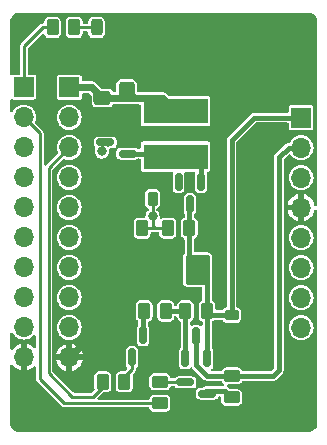
<source format=gtl>
G04 #@! TF.GenerationSoftware,KiCad,Pcbnew,8.0.3*
G04 #@! TF.CreationDate,2024-07-18T13:22:42+02:00*
G04 #@! TF.ProjectId,vpp-maker-rev6-ian,7670702d-6d61-46b6-9572-2d726576362d,rev?*
G04 #@! TF.SameCoordinates,Original*
G04 #@! TF.FileFunction,Copper,L1,Top*
G04 #@! TF.FilePolarity,Positive*
%FSLAX46Y46*%
G04 Gerber Fmt 4.6, Leading zero omitted, Abs format (unit mm)*
G04 Created by KiCad (PCBNEW 8.0.3) date 2024-07-18 13:22:42*
%MOMM*%
%LPD*%
G01*
G04 APERTURE LIST*
G04 Aperture macros list*
%AMRoundRect*
0 Rectangle with rounded corners*
0 $1 Rounding radius*
0 $2 $3 $4 $5 $6 $7 $8 $9 X,Y pos of 4 corners*
0 Add a 4 corners polygon primitive as box body*
4,1,4,$2,$3,$4,$5,$6,$7,$8,$9,$2,$3,0*
0 Add four circle primitives for the rounded corners*
1,1,$1+$1,$2,$3*
1,1,$1+$1,$4,$5*
1,1,$1+$1,$6,$7*
1,1,$1+$1,$8,$9*
0 Add four rect primitives between the rounded corners*
20,1,$1+$1,$2,$3,$4,$5,0*
20,1,$1+$1,$4,$5,$6,$7,0*
20,1,$1+$1,$6,$7,$8,$9,0*
20,1,$1+$1,$8,$9,$2,$3,0*%
G04 Aperture macros list end*
G04 #@! TA.AperFunction,SMDPad,CuDef*
%ADD10RoundRect,0.150000X0.150000X-0.587500X0.150000X0.587500X-0.150000X0.587500X-0.150000X-0.587500X0*%
G04 #@! TD*
G04 #@! TA.AperFunction,SMDPad,CuDef*
%ADD11RoundRect,0.150000X-0.150000X0.587500X-0.150000X-0.587500X0.150000X-0.587500X0.150000X0.587500X0*%
G04 #@! TD*
G04 #@! TA.AperFunction,SMDPad,CuDef*
%ADD12RoundRect,0.243750X0.243750X0.456250X-0.243750X0.456250X-0.243750X-0.456250X0.243750X-0.456250X0*%
G04 #@! TD*
G04 #@! TA.AperFunction,SMDPad,CuDef*
%ADD13RoundRect,0.250000X-0.475000X0.337500X-0.475000X-0.337500X0.475000X-0.337500X0.475000X0.337500X0*%
G04 #@! TD*
G04 #@! TA.AperFunction,SMDPad,CuDef*
%ADD14RoundRect,0.225000X0.225000X0.375000X-0.225000X0.375000X-0.225000X-0.375000X0.225000X-0.375000X0*%
G04 #@! TD*
G04 #@! TA.AperFunction,SMDPad,CuDef*
%ADD15RoundRect,0.250000X0.450000X-0.262500X0.450000X0.262500X-0.450000X0.262500X-0.450000X-0.262500X0*%
G04 #@! TD*
G04 #@! TA.AperFunction,ComponentPad*
%ADD16R,1.700000X1.700000*%
G04 #@! TD*
G04 #@! TA.AperFunction,ComponentPad*
%ADD17O,1.700000X1.700000*%
G04 #@! TD*
G04 #@! TA.AperFunction,SMDPad,CuDef*
%ADD18RoundRect,0.250000X-0.450000X0.262500X-0.450000X-0.262500X0.450000X-0.262500X0.450000X0.262500X0*%
G04 #@! TD*
G04 #@! TA.AperFunction,SMDPad,CuDef*
%ADD19RoundRect,0.250000X0.262500X0.450000X-0.262500X0.450000X-0.262500X-0.450000X0.262500X-0.450000X0*%
G04 #@! TD*
G04 #@! TA.AperFunction,SMDPad,CuDef*
%ADD20RoundRect,0.250000X-0.425000X0.450000X-0.425000X-0.450000X0.425000X-0.450000X0.425000X0.450000X0*%
G04 #@! TD*
G04 #@! TA.AperFunction,SMDPad,CuDef*
%ADD21RoundRect,0.250000X-0.262500X-0.450000X0.262500X-0.450000X0.262500X0.450000X-0.262500X0.450000X0*%
G04 #@! TD*
G04 #@! TA.AperFunction,SMDPad,CuDef*
%ADD22RoundRect,0.250000X0.787500X1.025000X-0.787500X1.025000X-0.787500X-1.025000X0.787500X-1.025000X0*%
G04 #@! TD*
G04 #@! TA.AperFunction,SMDPad,CuDef*
%ADD23RoundRect,0.150000X-0.587500X-0.150000X0.587500X-0.150000X0.587500X0.150000X-0.587500X0.150000X0*%
G04 #@! TD*
G04 #@! TA.AperFunction,SMDPad,CuDef*
%ADD24R,5.500000X2.150000*%
G04 #@! TD*
G04 #@! TA.AperFunction,SMDPad,CuDef*
%ADD25RoundRect,0.225000X-0.375000X0.225000X-0.375000X-0.225000X0.375000X-0.225000X0.375000X0.225000X0*%
G04 #@! TD*
G04 #@! TA.AperFunction,ViaPad*
%ADD26C,0.800000*%
G04 #@! TD*
G04 #@! TA.AperFunction,Conductor*
%ADD27C,0.609600*%
G04 #@! TD*
G04 #@! TA.AperFunction,Conductor*
%ADD28C,0.250000*%
G04 #@! TD*
G04 #@! TA.AperFunction,Conductor*
%ADD29C,0.406400*%
G04 #@! TD*
G04 APERTURE END LIST*
D10*
X147550000Y-98437500D03*
X149450000Y-98437500D03*
X148500000Y-96562500D03*
D11*
X153400000Y-83562500D03*
X151500000Y-83562500D03*
X152450000Y-85437500D03*
D12*
X146437500Y-70500000D03*
X144562500Y-70500000D03*
D13*
X145059864Y-76462500D03*
X145059864Y-78537500D03*
D14*
X149300000Y-85000000D03*
X146000000Y-85000000D03*
D15*
X156000000Y-101825000D03*
X156000000Y-100000000D03*
D16*
X138400000Y-75550000D03*
D17*
X138400000Y-78090000D03*
X138400000Y-80630000D03*
X138400000Y-83170000D03*
X138400000Y-85710000D03*
X138400000Y-88250000D03*
X138400000Y-90790000D03*
X138400000Y-93330000D03*
X138400000Y-95870000D03*
X138400000Y-98410000D03*
D10*
X152050000Y-98500000D03*
X153950000Y-98500000D03*
X153000000Y-96625000D03*
D18*
X149912500Y-100500000D03*
X149912500Y-102325000D03*
D19*
X148412500Y-87500000D03*
X146587500Y-87500000D03*
D20*
X147102685Y-75787256D03*
X147102685Y-78487256D03*
D21*
X152087500Y-94500000D03*
X153912500Y-94500000D03*
D22*
X153112500Y-91000000D03*
X146887500Y-91000000D03*
D23*
X152062500Y-100550000D03*
X152062500Y-102450000D03*
X153937500Y-101500000D03*
D16*
X142250000Y-75575000D03*
D17*
X142250000Y-78115000D03*
X142250000Y-80655000D03*
X142250000Y-83195000D03*
X142250000Y-85735000D03*
X142250000Y-88275000D03*
X142250000Y-90815000D03*
X142250000Y-93355000D03*
X142250000Y-95895000D03*
X142250000Y-98435000D03*
D16*
X161875000Y-78125000D03*
D17*
X161875000Y-80665000D03*
X161875000Y-83205000D03*
X161875000Y-85745000D03*
X161875000Y-88285000D03*
X161875000Y-90825000D03*
X161875000Y-93365000D03*
X161875000Y-95905000D03*
D23*
X145312528Y-80232666D03*
X145312528Y-82132666D03*
X147187528Y-81182666D03*
D24*
X151249999Y-77575000D03*
X151249999Y-81425000D03*
D19*
X152412500Y-87500000D03*
X150587500Y-87500000D03*
D21*
X140837500Y-70500000D03*
X142662500Y-70500000D03*
D25*
X156000000Y-94850000D03*
X156000000Y-98150000D03*
D21*
X148587500Y-94500000D03*
X150412500Y-94500000D03*
D19*
X146912500Y-100500000D03*
X145087500Y-100500000D03*
D26*
X158000000Y-85000000D03*
X147802879Y-89107323D03*
X158000000Y-87500000D03*
X142500000Y-100500000D03*
X144500000Y-92500000D03*
X148487999Y-98378086D03*
X144500000Y-85000000D03*
X145000000Y-83500000D03*
X155000000Y-76500000D03*
X147211033Y-82234280D03*
X155000000Y-85000000D03*
X139750000Y-102750000D03*
X157852521Y-98206260D03*
X157809565Y-96874608D03*
X138500000Y-100500000D03*
X160500000Y-102000000D03*
X156048347Y-96831652D03*
X155000000Y-82000000D03*
X145000000Y-87500000D03*
X144500000Y-98500000D03*
X150652734Y-98427246D03*
X146500000Y-72000000D03*
X143589797Y-78970067D03*
X151500000Y-92500000D03*
X146000000Y-83500000D03*
X144500000Y-94750000D03*
X147149276Y-79643619D03*
X158000000Y-82000000D03*
X147257739Y-85041391D03*
X155000000Y-87500000D03*
X144500000Y-89000000D03*
X145779149Y-89088231D03*
X149300000Y-86500000D03*
X145000000Y-81000000D03*
D27*
X146464941Y-76500000D02*
X147815429Y-76500000D01*
X146427441Y-76462500D02*
X146464941Y-76500000D01*
X150174999Y-76500000D02*
X151249999Y-77575000D01*
X147815429Y-76500000D02*
X150174999Y-76500000D01*
X147102685Y-75787256D02*
X147815429Y-76500000D01*
X146427441Y-76462500D02*
X147102685Y-75787256D01*
X145059864Y-76462500D02*
X146427441Y-76462500D01*
X144172364Y-75575000D02*
X145059864Y-76462500D01*
X142250000Y-75575000D02*
X144172364Y-75575000D01*
D28*
X142662500Y-70500000D02*
X144562500Y-70500000D01*
X138400000Y-72100000D02*
X140000000Y-70500000D01*
X140000000Y-70500000D02*
X140837500Y-70500000D01*
X138400000Y-75550000D02*
X138400000Y-72100000D01*
D27*
X150075000Y-77575000D02*
X151249999Y-77575000D01*
X147075122Y-75584007D02*
X147158521Y-75500608D01*
X144500000Y-94750000D02*
X144500000Y-92500000D01*
X142250000Y-98435000D02*
X144500000Y-96185000D01*
X144500000Y-96185000D02*
X144500000Y-94750000D01*
X144500000Y-92500000D02*
X144500000Y-89000000D01*
X144500000Y-89000000D02*
X144500000Y-84000000D01*
D29*
X157875000Y-78125000D02*
X156000000Y-80000000D01*
X153950000Y-98500000D02*
X153950000Y-94537500D01*
D28*
X152450000Y-87462500D02*
X152412500Y-87500000D01*
D29*
X161875000Y-78125000D02*
X157875000Y-78125000D01*
X153950000Y-94537500D02*
X153912500Y-94500000D01*
X154262500Y-94850000D02*
X153912500Y-94500000D01*
X152412500Y-90300000D02*
X153112500Y-91000000D01*
X153912500Y-94500000D02*
X153912500Y-91800000D01*
X156000000Y-80000000D02*
X156000000Y-94850000D01*
X152412500Y-87500000D02*
X152412500Y-84975000D01*
X152412500Y-84975000D02*
X152450000Y-84937500D01*
X153912500Y-91800000D02*
X153112500Y-91000000D01*
X152412500Y-87500000D02*
X152412500Y-90300000D01*
X156000000Y-94850000D02*
X154262500Y-94850000D01*
D28*
X142500000Y-101750000D02*
X144250000Y-101750000D01*
X144250000Y-101750000D02*
X145087500Y-100912500D01*
X142250000Y-80655000D02*
X140500000Y-82405000D01*
X140500000Y-99750000D02*
X142500000Y-101750000D01*
X140500000Y-82405000D02*
X140500000Y-99750000D01*
X145087500Y-100912500D02*
X145087500Y-100500000D01*
X141825000Y-102325000D02*
X149912500Y-102325000D01*
X139750000Y-100250000D02*
X141825000Y-102325000D01*
X138400000Y-78090000D02*
X139750000Y-79440000D01*
X139750000Y-79440000D02*
X139750000Y-100250000D01*
X149300000Y-87300000D02*
X149500000Y-87500000D01*
X149500000Y-87500000D02*
X150587500Y-87500000D01*
X149300000Y-86500000D02*
X149300000Y-87300000D01*
X149300000Y-85000000D02*
X149300000Y-86500000D01*
X148412500Y-87500000D02*
X149500000Y-87500000D01*
X145500000Y-80420138D02*
X145312528Y-80232666D01*
X145000000Y-81000000D02*
X145000000Y-80545194D01*
X145000000Y-80545194D02*
X145312528Y-80232666D01*
X145212334Y-80232666D02*
X145312528Y-80232666D01*
D29*
X153926000Y-100000000D02*
X156000000Y-100000000D01*
X153000000Y-99074000D02*
X153926000Y-100000000D01*
X160000000Y-99500000D02*
X160000000Y-81500000D01*
X160000000Y-81500000D02*
X160835000Y-80665000D01*
X160835000Y-80665000D02*
X161875000Y-80665000D01*
X156000000Y-100000000D02*
X159500000Y-100000000D01*
X153000000Y-96625000D02*
X153000000Y-99074000D01*
X159500000Y-100000000D02*
X160000000Y-99500000D01*
X153400000Y-81400000D02*
X153000000Y-81000000D01*
X147187528Y-81182666D02*
X150892334Y-81182666D01*
X153400000Y-83562500D02*
X153400000Y-81400000D01*
X150412500Y-94500000D02*
X152087500Y-94500000D01*
X152087500Y-94500000D02*
X152087500Y-98462500D01*
X152087500Y-98462500D02*
X152050000Y-98500000D01*
D28*
X149912500Y-100500000D02*
X151784371Y-100500000D01*
D29*
X155458787Y-101283787D02*
X156000000Y-101825000D01*
X153825584Y-101283787D02*
X155458787Y-101283787D01*
D28*
X146912500Y-100500000D02*
X146912500Y-100087500D01*
X146912500Y-100087500D02*
X147550000Y-99450000D01*
X147550000Y-99450000D02*
X147550000Y-98437500D01*
D29*
X148500000Y-94587500D02*
X148587500Y-94500000D01*
X148500000Y-96562500D02*
X148500000Y-94587500D01*
G04 #@! TA.AperFunction,Conductor*
G36*
X162506061Y-69251097D02*
G01*
X162516635Y-69252138D01*
X162634069Y-69263704D01*
X162657897Y-69268443D01*
X162775140Y-69304008D01*
X162797589Y-69313308D01*
X162856123Y-69344595D01*
X162905630Y-69371057D01*
X162925840Y-69384561D01*
X163020535Y-69462274D01*
X163037725Y-69479464D01*
X163115438Y-69574159D01*
X163128942Y-69594369D01*
X163186690Y-69702407D01*
X163195992Y-69724864D01*
X163230044Y-69837117D01*
X163231554Y-69842093D01*
X163236296Y-69865935D01*
X163248903Y-69993938D01*
X163249500Y-70006092D01*
X163249500Y-85484691D01*
X163229815Y-85551730D01*
X163177011Y-85597485D01*
X163107853Y-85607429D01*
X163044297Y-85578404D01*
X163006523Y-85519626D01*
X163006234Y-85518625D01*
X162951941Y-85327803D01*
X162951933Y-85327783D01*
X162856940Y-85137010D01*
X162728499Y-84966928D01*
X162570999Y-84823348D01*
X162570997Y-84823346D01*
X162389798Y-84711153D01*
X162389789Y-84711149D01*
X162191063Y-84634163D01*
X162191058Y-84634162D01*
X162125000Y-84621813D01*
X162125000Y-85311988D01*
X162067993Y-85279075D01*
X161940826Y-85245000D01*
X161809174Y-85245000D01*
X161682007Y-85279075D01*
X161625000Y-85311988D01*
X161625000Y-84621813D01*
X161558941Y-84634162D01*
X161558936Y-84634163D01*
X161360210Y-84711149D01*
X161360201Y-84711153D01*
X161179002Y-84823346D01*
X161179000Y-84823348D01*
X161021500Y-84966928D01*
X160893061Y-85137008D01*
X160798067Y-85327781D01*
X160798062Y-85327794D01*
X160750487Y-85494999D01*
X160750488Y-85495000D01*
X161441988Y-85495000D01*
X161409075Y-85552007D01*
X161375000Y-85679174D01*
X161375000Y-85810826D01*
X161409075Y-85937993D01*
X161441988Y-85995000D01*
X160750488Y-85995000D01*
X160798062Y-86162205D01*
X160798067Y-86162218D01*
X160893061Y-86352991D01*
X161021500Y-86523071D01*
X161179000Y-86666651D01*
X161179002Y-86666653D01*
X161360201Y-86778846D01*
X161360207Y-86778849D01*
X161558941Y-86855838D01*
X161625000Y-86868186D01*
X161625000Y-86178012D01*
X161682007Y-86210925D01*
X161809174Y-86245000D01*
X161940826Y-86245000D01*
X162067993Y-86210925D01*
X162125000Y-86178012D01*
X162125000Y-86868185D01*
X162191058Y-86855838D01*
X162389792Y-86778849D01*
X162389798Y-86778846D01*
X162570997Y-86666653D01*
X162570999Y-86666651D01*
X162728499Y-86523071D01*
X162856940Y-86352989D01*
X162951933Y-86162216D01*
X162951937Y-86162206D01*
X163006233Y-85971374D01*
X163043513Y-85912281D01*
X163106822Y-85882723D01*
X163176062Y-85892085D01*
X163229248Y-85937394D01*
X163249496Y-86004266D01*
X163249500Y-86005308D01*
X163249500Y-103993907D01*
X163248903Y-104006061D01*
X163236296Y-104134064D01*
X163231554Y-104157906D01*
X163195993Y-104275134D01*
X163186690Y-104297592D01*
X163128942Y-104405630D01*
X163115438Y-104425840D01*
X163037725Y-104520535D01*
X163020535Y-104537725D01*
X162925840Y-104615438D01*
X162905630Y-104628942D01*
X162797592Y-104686690D01*
X162775134Y-104695993D01*
X162657906Y-104731554D01*
X162634064Y-104736296D01*
X162506062Y-104748903D01*
X162493908Y-104749500D01*
X138006092Y-104749500D01*
X137993938Y-104748903D01*
X137865935Y-104736296D01*
X137842095Y-104731554D01*
X137724864Y-104695992D01*
X137702407Y-104686690D01*
X137594369Y-104628942D01*
X137574159Y-104615438D01*
X137479464Y-104537725D01*
X137462274Y-104520535D01*
X137384561Y-104425840D01*
X137371057Y-104405630D01*
X137313309Y-104297592D01*
X137304008Y-104275140D01*
X137268443Y-104157897D01*
X137263704Y-104134069D01*
X137251097Y-104006060D01*
X137250500Y-103993907D01*
X137250500Y-99166069D01*
X137270185Y-99099030D01*
X137322989Y-99053275D01*
X137392147Y-99043331D01*
X137455703Y-99072356D01*
X137473454Y-99091342D01*
X137546500Y-99188071D01*
X137704000Y-99331651D01*
X137704002Y-99331653D01*
X137885201Y-99443846D01*
X137885207Y-99443849D01*
X138083941Y-99520838D01*
X138150000Y-99533186D01*
X138150000Y-98843012D01*
X138207007Y-98875925D01*
X138334174Y-98910000D01*
X138465826Y-98910000D01*
X138592993Y-98875925D01*
X138650000Y-98843012D01*
X138650000Y-99533185D01*
X138716058Y-99520838D01*
X138914792Y-99443849D01*
X138914798Y-99443846D01*
X139095995Y-99331654D01*
X139216961Y-99221379D01*
X139279765Y-99190762D01*
X139349152Y-99198959D01*
X139403093Y-99243369D01*
X139424461Y-99309891D01*
X139424500Y-99313016D01*
X139424500Y-100292852D01*
X139446682Y-100375640D01*
X139450356Y-100382003D01*
X139489535Y-100449862D01*
X141625138Y-102585465D01*
X141699361Y-102628318D01*
X141782147Y-102650500D01*
X141867853Y-102650500D01*
X148919278Y-102650500D01*
X148986317Y-102670185D01*
X149032072Y-102722989D01*
X149036319Y-102733544D01*
X149059707Y-102800382D01*
X149140350Y-102909650D01*
X149249618Y-102990293D01*
X149292345Y-103005244D01*
X149377799Y-103035146D01*
X149408230Y-103038000D01*
X149408234Y-103038000D01*
X150416770Y-103038000D01*
X150447199Y-103035146D01*
X150447201Y-103035146D01*
X150511290Y-103012719D01*
X150575382Y-102990293D01*
X150684650Y-102909650D01*
X150765293Y-102800382D01*
X150792374Y-102722989D01*
X150810146Y-102672201D01*
X150810146Y-102672199D01*
X150813000Y-102641769D01*
X150813000Y-102008230D01*
X150810146Y-101977800D01*
X150810146Y-101977798D01*
X150776506Y-101881663D01*
X150765293Y-101849618D01*
X150684650Y-101740350D01*
X150575382Y-101659707D01*
X150575380Y-101659706D01*
X150447200Y-101614853D01*
X150416770Y-101612000D01*
X150416766Y-101612000D01*
X149408234Y-101612000D01*
X149408230Y-101612000D01*
X149377800Y-101614853D01*
X149377798Y-101614853D01*
X149249619Y-101659706D01*
X149249617Y-101659707D01*
X149140350Y-101740350D01*
X149059707Y-101849617D01*
X149036319Y-101916456D01*
X148995597Y-101973232D01*
X148930644Y-101998978D01*
X148919278Y-101999500D01*
X144760189Y-101999500D01*
X144693150Y-101979815D01*
X144647395Y-101927011D01*
X144637451Y-101857853D01*
X144666476Y-101794297D01*
X144672508Y-101787819D01*
X145023508Y-101436819D01*
X145084831Y-101403334D01*
X145111189Y-101400500D01*
X145404270Y-101400500D01*
X145434699Y-101397646D01*
X145434701Y-101397646D01*
X145498790Y-101375219D01*
X145562882Y-101352793D01*
X145672150Y-101272150D01*
X145752793Y-101162882D01*
X145777485Y-101092315D01*
X145797646Y-101034701D01*
X145797646Y-101034699D01*
X145800500Y-101004269D01*
X145800500Y-99995730D01*
X146199500Y-99995730D01*
X146199500Y-101004269D01*
X146202353Y-101034699D01*
X146202353Y-101034701D01*
X146246096Y-101159707D01*
X146247207Y-101162882D01*
X146327850Y-101272150D01*
X146437118Y-101352793D01*
X146479845Y-101367744D01*
X146565299Y-101397646D01*
X146595730Y-101400500D01*
X146595734Y-101400500D01*
X147229270Y-101400500D01*
X147259699Y-101397646D01*
X147259701Y-101397646D01*
X147323790Y-101375219D01*
X147387882Y-101352793D01*
X147497150Y-101272150D01*
X147577793Y-101162882D01*
X147602485Y-101092315D01*
X147622646Y-101034701D01*
X147622646Y-101034699D01*
X147625500Y-101004269D01*
X147625500Y-100183230D01*
X149012000Y-100183230D01*
X149012000Y-100816769D01*
X149014853Y-100847199D01*
X149014853Y-100847201D01*
X149059706Y-100975380D01*
X149059707Y-100975382D01*
X149140350Y-101084650D01*
X149249618Y-101165293D01*
X149292345Y-101180244D01*
X149377799Y-101210146D01*
X149408230Y-101213000D01*
X149408234Y-101213000D01*
X150416770Y-101213000D01*
X150447199Y-101210146D01*
X150447201Y-101210146D01*
X150520974Y-101184331D01*
X150575382Y-101165293D01*
X150684650Y-101084650D01*
X150765293Y-100975382D01*
X150788681Y-100908544D01*
X150829403Y-100851768D01*
X150894356Y-100826022D01*
X150905722Y-100825500D01*
X151068807Y-100825500D01*
X151135846Y-100845185D01*
X151180207Y-100895039D01*
X151185802Y-100906484D01*
X151268514Y-100989196D01*
X151268515Y-100989196D01*
X151268517Y-100989198D01*
X151373607Y-101040573D01*
X151407673Y-101045536D01*
X151441739Y-101050500D01*
X151441740Y-101050500D01*
X152683261Y-101050500D01*
X152705971Y-101047191D01*
X152751393Y-101040573D01*
X152856483Y-100989198D01*
X152939198Y-100906483D01*
X152990573Y-100801393D01*
X153000500Y-100733260D01*
X153000500Y-100366740D01*
X152990573Y-100298607D01*
X152939198Y-100193517D01*
X152939196Y-100193515D01*
X152939196Y-100193514D01*
X152856485Y-100110803D01*
X152751391Y-100059426D01*
X152683261Y-100049500D01*
X152683260Y-100049500D01*
X151441740Y-100049500D01*
X151441739Y-100049500D01*
X151373608Y-100059426D01*
X151268514Y-100110803D01*
X151241137Y-100138181D01*
X151179814Y-100171666D01*
X151153456Y-100174500D01*
X150905722Y-100174500D01*
X150838683Y-100154815D01*
X150792928Y-100102011D01*
X150788681Y-100091456D01*
X150777473Y-100059426D01*
X150765293Y-100024618D01*
X150684650Y-99915350D01*
X150575382Y-99834707D01*
X150575380Y-99834706D01*
X150447200Y-99789853D01*
X150416770Y-99787000D01*
X150416766Y-99787000D01*
X149408234Y-99787000D01*
X149408230Y-99787000D01*
X149377800Y-99789853D01*
X149377798Y-99789853D01*
X149249619Y-99834706D01*
X149249617Y-99834707D01*
X149140350Y-99915350D01*
X149059707Y-100024617D01*
X149059706Y-100024619D01*
X149014853Y-100152798D01*
X149014853Y-100152800D01*
X149012000Y-100183230D01*
X147625500Y-100183230D01*
X147625500Y-99995730D01*
X147622646Y-99965301D01*
X147615299Y-99944304D01*
X147611736Y-99874525D01*
X147644657Y-99815668D01*
X147810465Y-99649862D01*
X147853318Y-99575639D01*
X147875500Y-99492853D01*
X147875500Y-99407147D01*
X147875500Y-99396543D01*
X147895185Y-99329504D01*
X147911814Y-99308866D01*
X147989198Y-99231483D01*
X148040573Y-99126393D01*
X148050500Y-99058260D01*
X148050500Y-97816740D01*
X148049679Y-97811108D01*
X148040573Y-97748608D01*
X148019752Y-97706017D01*
X147989198Y-97643517D01*
X147989196Y-97643515D01*
X147989196Y-97643514D01*
X147906485Y-97560803D01*
X147801391Y-97509426D01*
X147733261Y-97499500D01*
X147733260Y-97499500D01*
X147366740Y-97499500D01*
X147366739Y-97499500D01*
X147298608Y-97509426D01*
X147193514Y-97560803D01*
X147110803Y-97643514D01*
X147059426Y-97748608D01*
X147049500Y-97816739D01*
X147049500Y-99058260D01*
X147059426Y-99126391D01*
X147059427Y-99126393D01*
X147109990Y-99229823D01*
X147110803Y-99231485D01*
X147121814Y-99242496D01*
X147155299Y-99303819D01*
X147150315Y-99373511D01*
X147121816Y-99417856D01*
X146976490Y-99563182D01*
X146915170Y-99596666D01*
X146888811Y-99599500D01*
X146595730Y-99599500D01*
X146565300Y-99602353D01*
X146565298Y-99602353D01*
X146437119Y-99647206D01*
X146437117Y-99647207D01*
X146327850Y-99727850D01*
X146247207Y-99837117D01*
X146247206Y-99837119D01*
X146202353Y-99965298D01*
X146202353Y-99965300D01*
X146199500Y-99995730D01*
X145800500Y-99995730D01*
X145797646Y-99965300D01*
X145797646Y-99965298D01*
X145752793Y-99837119D01*
X145752792Y-99837117D01*
X145672150Y-99727850D01*
X145562882Y-99647207D01*
X145562880Y-99647206D01*
X145434700Y-99602353D01*
X145404270Y-99599500D01*
X145404266Y-99599500D01*
X144770734Y-99599500D01*
X144770730Y-99599500D01*
X144740300Y-99602353D01*
X144740298Y-99602353D01*
X144612119Y-99647206D01*
X144612117Y-99647207D01*
X144502850Y-99727850D01*
X144422207Y-99837117D01*
X144422206Y-99837119D01*
X144377353Y-99965298D01*
X144377353Y-99965300D01*
X144374500Y-99995730D01*
X144374500Y-101004269D01*
X144377353Y-101034694D01*
X144377353Y-101034698D01*
X144384701Y-101055696D01*
X144388262Y-101125475D01*
X144355340Y-101184331D01*
X144151490Y-101388182D01*
X144090170Y-101421666D01*
X144063811Y-101424500D01*
X142686189Y-101424500D01*
X142619150Y-101404815D01*
X142598508Y-101388181D01*
X140861819Y-99651492D01*
X140828334Y-99590169D01*
X140825500Y-99563811D01*
X140825500Y-98184999D01*
X141125487Y-98184999D01*
X141125488Y-98185000D01*
X141816988Y-98185000D01*
X141784075Y-98242007D01*
X141750000Y-98369174D01*
X141750000Y-98500826D01*
X141784075Y-98627993D01*
X141816988Y-98685000D01*
X141125488Y-98685000D01*
X141173062Y-98852205D01*
X141173067Y-98852218D01*
X141268061Y-99042991D01*
X141396500Y-99213071D01*
X141554000Y-99356651D01*
X141554002Y-99356653D01*
X141735201Y-99468846D01*
X141735207Y-99468849D01*
X141933941Y-99545838D01*
X142000000Y-99558186D01*
X142000000Y-98868012D01*
X142057007Y-98900925D01*
X142184174Y-98935000D01*
X142315826Y-98935000D01*
X142442993Y-98900925D01*
X142500000Y-98868012D01*
X142500000Y-99558185D01*
X142566058Y-99545838D01*
X142764792Y-99468849D01*
X142764798Y-99468846D01*
X142945997Y-99356653D01*
X142945999Y-99356651D01*
X143103499Y-99213071D01*
X143231938Y-99042991D01*
X143326932Y-98852218D01*
X143326937Y-98852205D01*
X143374512Y-98685000D01*
X142683012Y-98685000D01*
X142715925Y-98627993D01*
X142750000Y-98500826D01*
X142750000Y-98369174D01*
X142715925Y-98242007D01*
X142683012Y-98185000D01*
X143374512Y-98185000D01*
X143374512Y-98184999D01*
X143326937Y-98017794D01*
X143326932Y-98017781D01*
X143231938Y-97827008D01*
X143103499Y-97656928D01*
X142945999Y-97513348D01*
X142945997Y-97513346D01*
X142764798Y-97401153D01*
X142764789Y-97401149D01*
X142566063Y-97324163D01*
X142566058Y-97324162D01*
X142500000Y-97311813D01*
X142500000Y-98001988D01*
X142442993Y-97969075D01*
X142315826Y-97935000D01*
X142184174Y-97935000D01*
X142057007Y-97969075D01*
X142000000Y-98001988D01*
X142000000Y-97311813D01*
X141933941Y-97324162D01*
X141933936Y-97324163D01*
X141735210Y-97401149D01*
X141735201Y-97401153D01*
X141554002Y-97513346D01*
X141554000Y-97513348D01*
X141396500Y-97656928D01*
X141268061Y-97827008D01*
X141173067Y-98017781D01*
X141173062Y-98017794D01*
X141125487Y-98184999D01*
X140825500Y-98184999D01*
X140825500Y-95895000D01*
X141194417Y-95895000D01*
X141214699Y-96100932D01*
X141217733Y-96110934D01*
X141274768Y-96298954D01*
X141372315Y-96481450D01*
X141391021Y-96504243D01*
X141503589Y-96641410D01*
X141600209Y-96720702D01*
X141663550Y-96772685D01*
X141846046Y-96870232D01*
X142044066Y-96930300D01*
X142044065Y-96930300D01*
X142062529Y-96932118D01*
X142250000Y-96950583D01*
X142455934Y-96930300D01*
X142653954Y-96870232D01*
X142836450Y-96772685D01*
X142996410Y-96641410D01*
X143127685Y-96481450D01*
X143225232Y-96298954D01*
X143285300Y-96100934D01*
X143305583Y-95895000D01*
X143285300Y-95689066D01*
X143225232Y-95491046D01*
X143127685Y-95308550D01*
X143062138Y-95228680D01*
X142996410Y-95148589D01*
X142857635Y-95034701D01*
X142836450Y-95017315D01*
X142653954Y-94919768D01*
X142455934Y-94859700D01*
X142455932Y-94859699D01*
X142455934Y-94859699D01*
X142250000Y-94839417D01*
X142044067Y-94859699D01*
X141846043Y-94919769D01*
X141787211Y-94951216D01*
X141663550Y-95017315D01*
X141663548Y-95017316D01*
X141663547Y-95017317D01*
X141503589Y-95148589D01*
X141381758Y-95297043D01*
X141372315Y-95308550D01*
X141345032Y-95359593D01*
X141274769Y-95491043D01*
X141274768Y-95491045D01*
X141274768Y-95491046D01*
X141271735Y-95501046D01*
X141214699Y-95689067D01*
X141194417Y-95895000D01*
X140825500Y-95895000D01*
X140825500Y-93355000D01*
X141194417Y-93355000D01*
X141214699Y-93560932D01*
X141239968Y-93644231D01*
X141274768Y-93758954D01*
X141372315Y-93941450D01*
X141391888Y-93965300D01*
X141503589Y-94101410D01*
X141533632Y-94126065D01*
X141663550Y-94232685D01*
X141846046Y-94330232D01*
X142044066Y-94390300D01*
X142044065Y-94390300D01*
X142062529Y-94392118D01*
X142250000Y-94410583D01*
X142455934Y-94390300D01*
X142653954Y-94330232D01*
X142836450Y-94232685D01*
X142996410Y-94101410D01*
X143083139Y-93995730D01*
X147874500Y-93995730D01*
X147874500Y-95004269D01*
X147877353Y-95034699D01*
X147877353Y-95034701D01*
X147920705Y-95158590D01*
X147922207Y-95162882D01*
X148002850Y-95272150D01*
X148002853Y-95272152D01*
X148002855Y-95272154D01*
X148045932Y-95303946D01*
X148088184Y-95359593D01*
X148096300Y-95403717D01*
X148096300Y-95681656D01*
X148076615Y-95748695D01*
X148062042Y-95766779D01*
X148060804Y-95768513D01*
X148009426Y-95873608D01*
X147999500Y-95941739D01*
X147999500Y-97183260D01*
X148009426Y-97251391D01*
X148060803Y-97356485D01*
X148143514Y-97439196D01*
X148143515Y-97439196D01*
X148143517Y-97439198D01*
X148248607Y-97490573D01*
X148282673Y-97495536D01*
X148316739Y-97500500D01*
X148316740Y-97500500D01*
X148683261Y-97500500D01*
X148705971Y-97497191D01*
X148751393Y-97490573D01*
X148856483Y-97439198D01*
X148939198Y-97356483D01*
X148990573Y-97251393D01*
X149000500Y-97183260D01*
X149000500Y-95941740D01*
X148990573Y-95873607D01*
X148939198Y-95768517D01*
X148939195Y-95768514D01*
X148939195Y-95768513D01*
X148933227Y-95760153D01*
X148934505Y-95759240D01*
X148906534Y-95708014D01*
X148903700Y-95681656D01*
X148903700Y-95496475D01*
X148923385Y-95429436D01*
X148976189Y-95383681D01*
X148986726Y-95379440D01*
X149062882Y-95352793D01*
X149172150Y-95272150D01*
X149252793Y-95162882D01*
X149297645Y-95034703D01*
X149297646Y-95034701D01*
X149297646Y-95034699D01*
X149300500Y-95004269D01*
X149300500Y-93995730D01*
X149699500Y-93995730D01*
X149699500Y-95004269D01*
X149702353Y-95034699D01*
X149702353Y-95034701D01*
X149745705Y-95158590D01*
X149747207Y-95162882D01*
X149827850Y-95272150D01*
X149937118Y-95352793D01*
X149963253Y-95361938D01*
X150065299Y-95397646D01*
X150095730Y-95400500D01*
X150095734Y-95400500D01*
X150729270Y-95400500D01*
X150759699Y-95397646D01*
X150759701Y-95397646D01*
X150828479Y-95373579D01*
X150887882Y-95352793D01*
X150997150Y-95272150D01*
X151077793Y-95162882D01*
X151122646Y-95034699D01*
X151124388Y-95016122D01*
X151150244Y-94951216D01*
X151207088Y-94910590D01*
X151247846Y-94903700D01*
X151252154Y-94903700D01*
X151319193Y-94923385D01*
X151364948Y-94976189D01*
X151375611Y-95016120D01*
X151376662Y-95027315D01*
X151377354Y-95034703D01*
X151420705Y-95158590D01*
X151422207Y-95162882D01*
X151502850Y-95272150D01*
X151612118Y-95352793D01*
X151612125Y-95352795D01*
X151617741Y-95355764D01*
X151667814Y-95404493D01*
X151683800Y-95465395D01*
X151683800Y-97581656D01*
X151664115Y-97648695D01*
X151647481Y-97669337D01*
X151610803Y-97706014D01*
X151559426Y-97811108D01*
X151549500Y-97879239D01*
X151549500Y-99120760D01*
X151559426Y-99188891D01*
X151610803Y-99293985D01*
X151693514Y-99376696D01*
X151693515Y-99376696D01*
X151693517Y-99376698D01*
X151798607Y-99428073D01*
X151832673Y-99433036D01*
X151866739Y-99438000D01*
X151866740Y-99438000D01*
X152233261Y-99438000D01*
X152255971Y-99434691D01*
X152301393Y-99428073D01*
X152406483Y-99376698D01*
X152483756Y-99299424D01*
X152545077Y-99265941D01*
X152614769Y-99270925D01*
X152670703Y-99312796D01*
X152675066Y-99319410D01*
X152676961Y-99321880D01*
X152759187Y-99404106D01*
X152759193Y-99404111D01*
X153598618Y-100243536D01*
X153598628Y-100243547D01*
X153602958Y-100247877D01*
X153602959Y-100247878D01*
X153678122Y-100323041D01*
X153770177Y-100376189D01*
X153770181Y-100376190D01*
X153770185Y-100376192D01*
X153791859Y-100381998D01*
X153791864Y-100381999D01*
X153791875Y-100382002D01*
X153872852Y-100403701D01*
X153872853Y-100403701D01*
X153986744Y-100403701D01*
X153986760Y-100403700D01*
X155034605Y-100403700D01*
X155101644Y-100423385D01*
X155144236Y-100469759D01*
X155147205Y-100475376D01*
X155147207Y-100475382D01*
X155227850Y-100584650D01*
X155324956Y-100656317D01*
X155367206Y-100711964D01*
X155372665Y-100781621D01*
X155339597Y-100843170D01*
X155278503Y-100877071D01*
X155251322Y-100880087D01*
X153772436Y-100880087D01*
X153669761Y-100907598D01*
X153669759Y-100907599D01*
X153669758Y-100907599D01*
X153577709Y-100960744D01*
X153577703Y-100960748D01*
X153575271Y-100963181D01*
X153572714Y-100964577D01*
X153571260Y-100965693D01*
X153571085Y-100965466D01*
X153513948Y-100996666D01*
X153487590Y-100999500D01*
X153316739Y-100999500D01*
X153248608Y-101009426D01*
X153143514Y-101060803D01*
X153060803Y-101143514D01*
X153009426Y-101248608D01*
X152999500Y-101316739D01*
X152999500Y-101683260D01*
X153009426Y-101751391D01*
X153060803Y-101856485D01*
X153143514Y-101939196D01*
X153143515Y-101939196D01*
X153143517Y-101939198D01*
X153248607Y-101990573D01*
X153282673Y-101995536D01*
X153316739Y-102000500D01*
X153316740Y-102000500D01*
X154558261Y-102000500D01*
X154580971Y-101997191D01*
X154626393Y-101990573D01*
X154731483Y-101939198D01*
X154814198Y-101856483D01*
X154847766Y-101787819D01*
X154862820Y-101757026D01*
X154909948Y-101705444D01*
X154974220Y-101687487D01*
X154975500Y-101687487D01*
X155042539Y-101707172D01*
X155088294Y-101759976D01*
X155099500Y-101811487D01*
X155099500Y-102141769D01*
X155102353Y-102172199D01*
X155102353Y-102172201D01*
X155147206Y-102300380D01*
X155147207Y-102300382D01*
X155227850Y-102409650D01*
X155337118Y-102490293D01*
X155379845Y-102505244D01*
X155465299Y-102535146D01*
X155495730Y-102538000D01*
X155495734Y-102538000D01*
X156504270Y-102538000D01*
X156534699Y-102535146D01*
X156534701Y-102535146D01*
X156598790Y-102512719D01*
X156662882Y-102490293D01*
X156772150Y-102409650D01*
X156852793Y-102300382D01*
X156875219Y-102236290D01*
X156897646Y-102172201D01*
X156897646Y-102172199D01*
X156900500Y-102141769D01*
X156900500Y-101508230D01*
X156897646Y-101477800D01*
X156897646Y-101477798D01*
X156853904Y-101352793D01*
X156852793Y-101349618D01*
X156772150Y-101240350D01*
X156662882Y-101159707D01*
X156662880Y-101159706D01*
X156534700Y-101114853D01*
X156504270Y-101112000D01*
X156504266Y-101112000D01*
X155909280Y-101112000D01*
X155842241Y-101092315D01*
X155821599Y-101075681D01*
X155788898Y-101042980D01*
X155788896Y-101042977D01*
X155706667Y-100960748D01*
X155706665Y-100960746D01*
X155678329Y-100944386D01*
X155630115Y-100893821D01*
X155616891Y-100825214D01*
X155642859Y-100760349D01*
X155699773Y-100719820D01*
X155740330Y-100713000D01*
X156504270Y-100713000D01*
X156534699Y-100710146D01*
X156534701Y-100710146D01*
X156598790Y-100687719D01*
X156662882Y-100665293D01*
X156772150Y-100584650D01*
X156852793Y-100475382D01*
X156852796Y-100475371D01*
X156855764Y-100469759D01*
X156904493Y-100419686D01*
X156965395Y-100403700D01*
X159439240Y-100403700D01*
X159439256Y-100403701D01*
X159446852Y-100403701D01*
X159553148Y-100403701D01*
X159634124Y-100382002D01*
X159634124Y-100382003D01*
X159634129Y-100382000D01*
X159655823Y-100376189D01*
X159747878Y-100323041D01*
X159823041Y-100247878D01*
X159823041Y-100247876D01*
X159833245Y-100237673D01*
X159833249Y-100237668D01*
X160237668Y-99833249D01*
X160237673Y-99833245D01*
X160247876Y-99823041D01*
X160247878Y-99823041D01*
X160323041Y-99747878D01*
X160376189Y-99655823D01*
X160384619Y-99624361D01*
X160403701Y-99553148D01*
X160403701Y-99446852D01*
X160403701Y-99439257D01*
X160403700Y-99439239D01*
X160403700Y-95905000D01*
X160819417Y-95905000D01*
X160839699Y-96110932D01*
X160839700Y-96110934D01*
X160899768Y-96308954D01*
X160997315Y-96491450D01*
X161031969Y-96533677D01*
X161128589Y-96651410D01*
X161225209Y-96730702D01*
X161288550Y-96782685D01*
X161471046Y-96880232D01*
X161669066Y-96940300D01*
X161669065Y-96940300D01*
X161687529Y-96942118D01*
X161875000Y-96960583D01*
X162080934Y-96940300D01*
X162278954Y-96880232D01*
X162461450Y-96782685D01*
X162621410Y-96651410D01*
X162752685Y-96491450D01*
X162850232Y-96308954D01*
X162910300Y-96110934D01*
X162930583Y-95905000D01*
X162910300Y-95699066D01*
X162850232Y-95501046D01*
X162752685Y-95318550D01*
X162662059Y-95208121D01*
X162621410Y-95158589D01*
X162461452Y-95027317D01*
X162461453Y-95027317D01*
X162461450Y-95027315D01*
X162278954Y-94929768D01*
X162080934Y-94869700D01*
X162080932Y-94869699D01*
X162080934Y-94869699D01*
X161875000Y-94849417D01*
X161669067Y-94869699D01*
X161471043Y-94929769D01*
X161384199Y-94976189D01*
X161288550Y-95027315D01*
X161288548Y-95027316D01*
X161288547Y-95027317D01*
X161128589Y-95158589D01*
X160997317Y-95318547D01*
X160997315Y-95318550D01*
X160972619Y-95364753D01*
X160899769Y-95501043D01*
X160839699Y-95699067D01*
X160819417Y-95905000D01*
X160403700Y-95905000D01*
X160403700Y-93365000D01*
X160819417Y-93365000D01*
X160839699Y-93570932D01*
X160862837Y-93647207D01*
X160899768Y-93768954D01*
X160997315Y-93951450D01*
X161023925Y-93983875D01*
X161128589Y-94111410D01*
X161187644Y-94159874D01*
X161288550Y-94242685D01*
X161471046Y-94340232D01*
X161669066Y-94400300D01*
X161669065Y-94400300D01*
X161687529Y-94402118D01*
X161875000Y-94420583D01*
X162080934Y-94400300D01*
X162278954Y-94340232D01*
X162461450Y-94242685D01*
X162621410Y-94111410D01*
X162752685Y-93951450D01*
X162850232Y-93768954D01*
X162910300Y-93570934D01*
X162930583Y-93365000D01*
X162910300Y-93159066D01*
X162850232Y-92961046D01*
X162752685Y-92778550D01*
X162663272Y-92669599D01*
X162621410Y-92618589D01*
X162503677Y-92521969D01*
X162461450Y-92487315D01*
X162278954Y-92389768D01*
X162080934Y-92329700D01*
X162080932Y-92329699D01*
X162080934Y-92329699D01*
X161875000Y-92309417D01*
X161669067Y-92329699D01*
X161471043Y-92389769D01*
X161360898Y-92448643D01*
X161288550Y-92487315D01*
X161288548Y-92487316D01*
X161288547Y-92487317D01*
X161128589Y-92618589D01*
X160997317Y-92778547D01*
X160899769Y-92961043D01*
X160839699Y-93159067D01*
X160819417Y-93365000D01*
X160403700Y-93365000D01*
X160403700Y-90825000D01*
X160819417Y-90825000D01*
X160839699Y-91030932D01*
X160839700Y-91030934D01*
X160899768Y-91228954D01*
X160997315Y-91411450D01*
X161031969Y-91453677D01*
X161128589Y-91571410D01*
X161225209Y-91650702D01*
X161288550Y-91702685D01*
X161471046Y-91800232D01*
X161669066Y-91860300D01*
X161669065Y-91860300D01*
X161687529Y-91862118D01*
X161875000Y-91880583D01*
X162080934Y-91860300D01*
X162278954Y-91800232D01*
X162461450Y-91702685D01*
X162621410Y-91571410D01*
X162752685Y-91411450D01*
X162850232Y-91228954D01*
X162910300Y-91030934D01*
X162930583Y-90825000D01*
X162910300Y-90619066D01*
X162850232Y-90421046D01*
X162752685Y-90238550D01*
X162663272Y-90129599D01*
X162621410Y-90078589D01*
X162461452Y-89947317D01*
X162461453Y-89947317D01*
X162461450Y-89947315D01*
X162278954Y-89849768D01*
X162080934Y-89789700D01*
X162080932Y-89789699D01*
X162080934Y-89789699D01*
X161875000Y-89769417D01*
X161669067Y-89789699D01*
X161471043Y-89849769D01*
X161360898Y-89908643D01*
X161288550Y-89947315D01*
X161288548Y-89947316D01*
X161288547Y-89947317D01*
X161128589Y-90078589D01*
X160997317Y-90238547D01*
X160899769Y-90421043D01*
X160839699Y-90619067D01*
X160819417Y-90825000D01*
X160403700Y-90825000D01*
X160403700Y-88285000D01*
X160819417Y-88285000D01*
X160839699Y-88490932D01*
X160839700Y-88490934D01*
X160899768Y-88688954D01*
X160997315Y-88871450D01*
X161031969Y-88913677D01*
X161128589Y-89031410D01*
X161225209Y-89110702D01*
X161288550Y-89162685D01*
X161471046Y-89260232D01*
X161669066Y-89320300D01*
X161669065Y-89320300D01*
X161687529Y-89322118D01*
X161875000Y-89340583D01*
X162080934Y-89320300D01*
X162278954Y-89260232D01*
X162461450Y-89162685D01*
X162621410Y-89031410D01*
X162752685Y-88871450D01*
X162850232Y-88688954D01*
X162910300Y-88490934D01*
X162930583Y-88285000D01*
X162910300Y-88079066D01*
X162850232Y-87881046D01*
X162752685Y-87698550D01*
X162663272Y-87589599D01*
X162621410Y-87538589D01*
X162461452Y-87407317D01*
X162461453Y-87407317D01*
X162461450Y-87407315D01*
X162278954Y-87309768D01*
X162080934Y-87249700D01*
X162080932Y-87249699D01*
X162080934Y-87249699D01*
X161875000Y-87229417D01*
X161669067Y-87249699D01*
X161471043Y-87309769D01*
X161360898Y-87368643D01*
X161288550Y-87407315D01*
X161288548Y-87407316D01*
X161288547Y-87407317D01*
X161128589Y-87538589D01*
X160997317Y-87698547D01*
X160899769Y-87881043D01*
X160839699Y-88079067D01*
X160819417Y-88285000D01*
X160403700Y-88285000D01*
X160403700Y-83205000D01*
X160819417Y-83205000D01*
X160839699Y-83410932D01*
X160839700Y-83410934D01*
X160899768Y-83608954D01*
X160997315Y-83791450D01*
X161031969Y-83833677D01*
X161128589Y-83951410D01*
X161225209Y-84030702D01*
X161288550Y-84082685D01*
X161471046Y-84180232D01*
X161669066Y-84240300D01*
X161669065Y-84240300D01*
X161687529Y-84242118D01*
X161875000Y-84260583D01*
X162080934Y-84240300D01*
X162278954Y-84180232D01*
X162461450Y-84082685D01*
X162621410Y-83951410D01*
X162752685Y-83791450D01*
X162850232Y-83608954D01*
X162910300Y-83410934D01*
X162930583Y-83205000D01*
X162910300Y-82999066D01*
X162850232Y-82801046D01*
X162752685Y-82618550D01*
X162671604Y-82519752D01*
X162621410Y-82458589D01*
X162461452Y-82327317D01*
X162461453Y-82327317D01*
X162461450Y-82327315D01*
X162278954Y-82229768D01*
X162080934Y-82169700D01*
X162080932Y-82169699D01*
X162080934Y-82169699D01*
X161875000Y-82149417D01*
X161669067Y-82169699D01*
X161471043Y-82229769D01*
X161378265Y-82279361D01*
X161288550Y-82327315D01*
X161288548Y-82327316D01*
X161288547Y-82327317D01*
X161128589Y-82458589D01*
X160997317Y-82618547D01*
X160899769Y-82801043D01*
X160839699Y-82999067D01*
X160819417Y-83205000D01*
X160403700Y-83205000D01*
X160403700Y-81718579D01*
X160423385Y-81651540D01*
X160440015Y-81630902D01*
X160820409Y-81250507D01*
X160881730Y-81217024D01*
X160951421Y-81222008D01*
X161003941Y-81259525D01*
X161091262Y-81365926D01*
X161128590Y-81411410D01*
X161288550Y-81542685D01*
X161471046Y-81640232D01*
X161669066Y-81700300D01*
X161669065Y-81700300D01*
X161687529Y-81702118D01*
X161875000Y-81720583D01*
X162080934Y-81700300D01*
X162278954Y-81640232D01*
X162461450Y-81542685D01*
X162621410Y-81411410D01*
X162752685Y-81251450D01*
X162850232Y-81068954D01*
X162910300Y-80870934D01*
X162930583Y-80665000D01*
X162910300Y-80459066D01*
X162850232Y-80261046D01*
X162752685Y-80078550D01*
X162672853Y-79981274D01*
X162621410Y-79918589D01*
X162503677Y-79821969D01*
X162461450Y-79787315D01*
X162278954Y-79689768D01*
X162080934Y-79629700D01*
X162080932Y-79629699D01*
X162080934Y-79629699D01*
X161875000Y-79609417D01*
X161669067Y-79629699D01*
X161471043Y-79689769D01*
X161373154Y-79742093D01*
X161288550Y-79787315D01*
X161288548Y-79787316D01*
X161288547Y-79787317D01*
X161128589Y-79918589D01*
X160997317Y-80078547D01*
X160997315Y-80078550D01*
X160934668Y-80195754D01*
X160885705Y-80245598D01*
X160825310Y-80261300D01*
X160781852Y-80261300D01*
X160679177Y-80288811D01*
X160679175Y-80288812D01*
X160679174Y-80288812D01*
X160587125Y-80341957D01*
X160587119Y-80341961D01*
X159676961Y-81252119D01*
X159676957Y-81252125D01*
X159623810Y-81344176D01*
X159623811Y-81344176D01*
X159623811Y-81344177D01*
X159623811Y-81344178D01*
X159599728Y-81434057D01*
X159596299Y-81446853D01*
X159596299Y-81563137D01*
X159596300Y-81563150D01*
X159596300Y-99281420D01*
X159576615Y-99348459D01*
X159559981Y-99369101D01*
X159369101Y-99559981D01*
X159307778Y-99593466D01*
X159281420Y-99596300D01*
X156965395Y-99596300D01*
X156898356Y-99576615D01*
X156855764Y-99530241D01*
X156852795Y-99524625D01*
X156852793Y-99524618D01*
X156772150Y-99415350D01*
X156662882Y-99334707D01*
X156662880Y-99334706D01*
X156534700Y-99289853D01*
X156504270Y-99287000D01*
X156504266Y-99287000D01*
X155495734Y-99287000D01*
X155495730Y-99287000D01*
X155465300Y-99289853D01*
X155465298Y-99289853D01*
X155337119Y-99334706D01*
X155337117Y-99334707D01*
X155227850Y-99415350D01*
X155147209Y-99524615D01*
X155144236Y-99530241D01*
X155095507Y-99580314D01*
X155034605Y-99596300D01*
X154385982Y-99596300D01*
X154318943Y-99576615D01*
X154273188Y-99523811D01*
X154263244Y-99454653D01*
X154292269Y-99391097D01*
X154299640Y-99384386D01*
X154299218Y-99383964D01*
X154389196Y-99293985D01*
X154389198Y-99293983D01*
X154440573Y-99188893D01*
X154450500Y-99120760D01*
X154450500Y-97879240D01*
X154440573Y-97811107D01*
X154389198Y-97706017D01*
X154389195Y-97706014D01*
X154389195Y-97706013D01*
X154383227Y-97697653D01*
X154384505Y-97696740D01*
X154356534Y-97645514D01*
X154353700Y-97619156D01*
X154353700Y-95440618D01*
X154373385Y-95373579D01*
X154404063Y-95340850D01*
X154489320Y-95277928D01*
X154554948Y-95253959D01*
X154562952Y-95253700D01*
X155162515Y-95253700D01*
X155229554Y-95273385D01*
X155272999Y-95321404D01*
X155276471Y-95328218D01*
X155276476Y-95328225D01*
X155371774Y-95423523D01*
X155371778Y-95423526D01*
X155371780Y-95423528D01*
X155491874Y-95484719D01*
X155491876Y-95484719D01*
X155491878Y-95484720D01*
X155591507Y-95500500D01*
X155591512Y-95500500D01*
X156408493Y-95500500D01*
X156508121Y-95484720D01*
X156508121Y-95484719D01*
X156508126Y-95484719D01*
X156628220Y-95423528D01*
X156723528Y-95328220D01*
X156784719Y-95208126D01*
X156786869Y-95194551D01*
X156800500Y-95108493D01*
X156800500Y-94591506D01*
X156784720Y-94491878D01*
X156784719Y-94491876D01*
X156784719Y-94491874D01*
X156723528Y-94371780D01*
X156723526Y-94371778D01*
X156723523Y-94371774D01*
X156628225Y-94276476D01*
X156628221Y-94276473D01*
X156628220Y-94276472D01*
X156508126Y-94215281D01*
X156508124Y-94215280D01*
X156508119Y-94215278D01*
X156498840Y-94212263D01*
X156499245Y-94211015D01*
X156445165Y-94185377D01*
X156408235Y-94126065D01*
X156403700Y-94092835D01*
X156403700Y-80218580D01*
X156423385Y-80151541D01*
X156440019Y-80130899D01*
X158005899Y-78565019D01*
X158067222Y-78531534D01*
X158093580Y-78528700D01*
X160700500Y-78528700D01*
X160767539Y-78548385D01*
X160813294Y-78601189D01*
X160824500Y-78652700D01*
X160824500Y-78994752D01*
X160836131Y-79053229D01*
X160836132Y-79053230D01*
X160880447Y-79119552D01*
X160946769Y-79163867D01*
X160946770Y-79163868D01*
X161005247Y-79175499D01*
X161005250Y-79175500D01*
X161005252Y-79175500D01*
X162744750Y-79175500D01*
X162744751Y-79175499D01*
X162759568Y-79172552D01*
X162803229Y-79163868D01*
X162803229Y-79163867D01*
X162803231Y-79163867D01*
X162869552Y-79119552D01*
X162913867Y-79053231D01*
X162913867Y-79053229D01*
X162913868Y-79053229D01*
X162925499Y-78994752D01*
X162925500Y-78994750D01*
X162925500Y-77255249D01*
X162925499Y-77255247D01*
X162913868Y-77196770D01*
X162913867Y-77196769D01*
X162869552Y-77130447D01*
X162803230Y-77086132D01*
X162803229Y-77086131D01*
X162744752Y-77074500D01*
X162744748Y-77074500D01*
X161005252Y-77074500D01*
X161005247Y-77074500D01*
X160946770Y-77086131D01*
X160946769Y-77086132D01*
X160880447Y-77130447D01*
X160836132Y-77196769D01*
X160836131Y-77196770D01*
X160824500Y-77255247D01*
X160824500Y-77597300D01*
X160804815Y-77664339D01*
X160752011Y-77710094D01*
X160700500Y-77721300D01*
X157821851Y-77721300D01*
X157772569Y-77734504D01*
X157772569Y-77734505D01*
X157719177Y-77748811D01*
X157719176Y-77748811D01*
X157719174Y-77748812D01*
X157627125Y-77801957D01*
X157627119Y-77801961D01*
X155676961Y-79752119D01*
X155676957Y-79752125D01*
X155623810Y-79844176D01*
X155623811Y-79844176D01*
X155623811Y-79844177D01*
X155623811Y-79844178D01*
X155597352Y-79942925D01*
X155596299Y-79946853D01*
X155596299Y-80063137D01*
X155596300Y-80063150D01*
X155596300Y-94092835D01*
X155576615Y-94159874D01*
X155523811Y-94205629D01*
X155492926Y-94214938D01*
X155491880Y-94215278D01*
X155371778Y-94276473D01*
X155371774Y-94276476D01*
X155276476Y-94371774D01*
X155276471Y-94371781D01*
X155272999Y-94378596D01*
X155225024Y-94429392D01*
X155162515Y-94446300D01*
X154749500Y-94446300D01*
X154682461Y-94426615D01*
X154636706Y-94373811D01*
X154625500Y-94322300D01*
X154625500Y-93995730D01*
X154622646Y-93965300D01*
X154622646Y-93965298D01*
X154589006Y-93869163D01*
X154577793Y-93837118D01*
X154497150Y-93727850D01*
X154387882Y-93647207D01*
X154387880Y-93647206D01*
X154387877Y-93647204D01*
X154382253Y-93644231D01*
X154332183Y-93595500D01*
X154316200Y-93534604D01*
X154316200Y-92220633D01*
X154323158Y-92179679D01*
X154347646Y-92109699D01*
X154350500Y-92079266D01*
X154350500Y-89920734D01*
X154349710Y-89912315D01*
X154347646Y-89890300D01*
X154347646Y-89890298D01*
X154302793Y-89762119D01*
X154302792Y-89762117D01*
X154222150Y-89652850D01*
X154112882Y-89572207D01*
X154112880Y-89572206D01*
X153984700Y-89527353D01*
X153954270Y-89524500D01*
X153954266Y-89524500D01*
X152940200Y-89524500D01*
X152873161Y-89504815D01*
X152827406Y-89452011D01*
X152816200Y-89400500D01*
X152816200Y-88465395D01*
X152835885Y-88398356D01*
X152882259Y-88355764D01*
X152887871Y-88352796D01*
X152887882Y-88352793D01*
X152997150Y-88272150D01*
X153077793Y-88162882D01*
X153107121Y-88079067D01*
X153122646Y-88034701D01*
X153122646Y-88034699D01*
X153125500Y-88004269D01*
X153125500Y-86995730D01*
X153122646Y-86965300D01*
X153122646Y-86965298D01*
X153077793Y-86837119D01*
X153077792Y-86837117D01*
X152997150Y-86727850D01*
X152887882Y-86647207D01*
X152887880Y-86647206D01*
X152887877Y-86647204D01*
X152882253Y-86644231D01*
X152832183Y-86595500D01*
X152816200Y-86534604D01*
X152816200Y-86355843D01*
X152835885Y-86288804D01*
X152852520Y-86268161D01*
X152889196Y-86231485D01*
X152889198Y-86231483D01*
X152940573Y-86126393D01*
X152950500Y-86058260D01*
X152950500Y-84816740D01*
X152940573Y-84748607D01*
X152889198Y-84643517D01*
X152889196Y-84643515D01*
X152889196Y-84643514D01*
X152806485Y-84560803D01*
X152701391Y-84509426D01*
X152633261Y-84499500D01*
X152633260Y-84499500D01*
X152266740Y-84499500D01*
X152266739Y-84499500D01*
X152198608Y-84509426D01*
X152093514Y-84560803D01*
X152010803Y-84643514D01*
X151959426Y-84748608D01*
X151949500Y-84816739D01*
X151949500Y-86058260D01*
X151959426Y-86126392D01*
X151968572Y-86145099D01*
X151996200Y-86201614D01*
X152008800Y-86256073D01*
X152008800Y-86534604D01*
X151989115Y-86601643D01*
X151942747Y-86644231D01*
X151937122Y-86647204D01*
X151827850Y-86727850D01*
X151747207Y-86837117D01*
X151747206Y-86837119D01*
X151702353Y-86965298D01*
X151702353Y-86965300D01*
X151699500Y-86995730D01*
X151699500Y-88004269D01*
X151702353Y-88034699D01*
X151702353Y-88034701D01*
X151747206Y-88162880D01*
X151747207Y-88162882D01*
X151827850Y-88272150D01*
X151937118Y-88352793D01*
X151937125Y-88352795D01*
X151942741Y-88355764D01*
X151992814Y-88404493D01*
X152008800Y-88465395D01*
X152008800Y-89603984D01*
X151989115Y-89671023D01*
X151984571Y-89677617D01*
X151922207Y-89762118D01*
X151922206Y-89762119D01*
X151877353Y-89890298D01*
X151877353Y-89890300D01*
X151874500Y-89920730D01*
X151874500Y-92079269D01*
X151877353Y-92109699D01*
X151877353Y-92109701D01*
X151916171Y-92220633D01*
X151922207Y-92237882D01*
X152002850Y-92347150D01*
X152112118Y-92427793D01*
X152154845Y-92442744D01*
X152240299Y-92472646D01*
X152270730Y-92475500D01*
X152270734Y-92475500D01*
X153384800Y-92475500D01*
X153451839Y-92495185D01*
X153497594Y-92547989D01*
X153508800Y-92599500D01*
X153508800Y-93534604D01*
X153489115Y-93601643D01*
X153442747Y-93644231D01*
X153437122Y-93647204D01*
X153327850Y-93727850D01*
X153247207Y-93837117D01*
X153247206Y-93837119D01*
X153202353Y-93965298D01*
X153202353Y-93965300D01*
X153199500Y-93995730D01*
X153199500Y-95004269D01*
X153202353Y-95034699D01*
X153202353Y-95034701D01*
X153245705Y-95158590D01*
X153247207Y-95162882D01*
X153327850Y-95272150D01*
X153437114Y-95352790D01*
X153437118Y-95352793D01*
X153437120Y-95352794D01*
X153463253Y-95361938D01*
X153520030Y-95402659D01*
X153545778Y-95467611D01*
X153546300Y-95478980D01*
X153546300Y-95642931D01*
X153526615Y-95709970D01*
X153473811Y-95755725D01*
X153404653Y-95765669D01*
X153366840Y-95750509D01*
X153365714Y-95752815D01*
X153356483Y-95748302D01*
X153251393Y-95696927D01*
X153251391Y-95696926D01*
X153183261Y-95687000D01*
X153183260Y-95687000D01*
X152816740Y-95687000D01*
X152816739Y-95687000D01*
X152748607Y-95696926D01*
X152748606Y-95696926D01*
X152669659Y-95735521D01*
X152600786Y-95747279D01*
X152536489Y-95719936D01*
X152497183Y-95662171D01*
X152491200Y-95624120D01*
X152491200Y-95465395D01*
X152510885Y-95398356D01*
X152557259Y-95355764D01*
X152562871Y-95352796D01*
X152562882Y-95352793D01*
X152672150Y-95272150D01*
X152752793Y-95162882D01*
X152797645Y-95034703D01*
X152797646Y-95034701D01*
X152797646Y-95034699D01*
X152800500Y-95004269D01*
X152800500Y-93995730D01*
X152797646Y-93965300D01*
X152797646Y-93965298D01*
X152764006Y-93869163D01*
X152752793Y-93837118D01*
X152672150Y-93727850D01*
X152562882Y-93647207D01*
X152562880Y-93647206D01*
X152434700Y-93602353D01*
X152404270Y-93599500D01*
X152404266Y-93599500D01*
X151770734Y-93599500D01*
X151770730Y-93599500D01*
X151740300Y-93602353D01*
X151740298Y-93602353D01*
X151612119Y-93647206D01*
X151612117Y-93647207D01*
X151502850Y-93727850D01*
X151422207Y-93837117D01*
X151422206Y-93837119D01*
X151377354Y-93965296D01*
X151376742Y-93971824D01*
X151375611Y-93983877D01*
X151349756Y-94048784D01*
X151292912Y-94089410D01*
X151252154Y-94096300D01*
X151247846Y-94096300D01*
X151180807Y-94076615D01*
X151135052Y-94023811D01*
X151124388Y-93983879D01*
X151122646Y-93965301D01*
X151122645Y-93965298D01*
X151122645Y-93965296D01*
X151092067Y-93877911D01*
X151077793Y-93837118D01*
X150997150Y-93727850D01*
X150887882Y-93647207D01*
X150887880Y-93647206D01*
X150759700Y-93602353D01*
X150729270Y-93599500D01*
X150729266Y-93599500D01*
X150095734Y-93599500D01*
X150095730Y-93599500D01*
X150065300Y-93602353D01*
X150065298Y-93602353D01*
X149937119Y-93647206D01*
X149937117Y-93647207D01*
X149827850Y-93727850D01*
X149747207Y-93837117D01*
X149747206Y-93837119D01*
X149702353Y-93965298D01*
X149702353Y-93965300D01*
X149699500Y-93995730D01*
X149300500Y-93995730D01*
X149297646Y-93965300D01*
X149297646Y-93965298D01*
X149264006Y-93869163D01*
X149252793Y-93837118D01*
X149172150Y-93727850D01*
X149062882Y-93647207D01*
X149062880Y-93647206D01*
X148934700Y-93602353D01*
X148904270Y-93599500D01*
X148904266Y-93599500D01*
X148270734Y-93599500D01*
X148270730Y-93599500D01*
X148240300Y-93602353D01*
X148240298Y-93602353D01*
X148112119Y-93647206D01*
X148112117Y-93647207D01*
X148002850Y-93727850D01*
X147922207Y-93837117D01*
X147922206Y-93837119D01*
X147877353Y-93965298D01*
X147877353Y-93965300D01*
X147874500Y-93995730D01*
X143083139Y-93995730D01*
X143127685Y-93941450D01*
X143225232Y-93758954D01*
X143285300Y-93560934D01*
X143305583Y-93355000D01*
X143285300Y-93149066D01*
X143225232Y-92951046D01*
X143127685Y-92768550D01*
X143062138Y-92688680D01*
X142996410Y-92608589D01*
X142858225Y-92495185D01*
X142836450Y-92477315D01*
X142653954Y-92379768D01*
X142455934Y-92319700D01*
X142455932Y-92319699D01*
X142455934Y-92319699D01*
X142250000Y-92299417D01*
X142044067Y-92319699D01*
X141846043Y-92379769D01*
X141756200Y-92427792D01*
X141663550Y-92477315D01*
X141663548Y-92477316D01*
X141663547Y-92477317D01*
X141503589Y-92608589D01*
X141381758Y-92757043D01*
X141372315Y-92768550D01*
X141366970Y-92778550D01*
X141274769Y-92951043D01*
X141274768Y-92951045D01*
X141274768Y-92951046D01*
X141271735Y-92961046D01*
X141214699Y-93149067D01*
X141194417Y-93355000D01*
X140825500Y-93355000D01*
X140825500Y-90815000D01*
X141194417Y-90815000D01*
X141214699Y-91020932D01*
X141217733Y-91030934D01*
X141274768Y-91218954D01*
X141372315Y-91401450D01*
X141391021Y-91424243D01*
X141503589Y-91561410D01*
X141600209Y-91640702D01*
X141663550Y-91692685D01*
X141846046Y-91790232D01*
X142044066Y-91850300D01*
X142044065Y-91850300D01*
X142062529Y-91852118D01*
X142250000Y-91870583D01*
X142455934Y-91850300D01*
X142653954Y-91790232D01*
X142836450Y-91692685D01*
X142996410Y-91561410D01*
X143127685Y-91401450D01*
X143225232Y-91218954D01*
X143285300Y-91020934D01*
X143305583Y-90815000D01*
X143285300Y-90609066D01*
X143225232Y-90411046D01*
X143127685Y-90228550D01*
X143062138Y-90148680D01*
X142996410Y-90068589D01*
X142878677Y-89971969D01*
X142836450Y-89937315D01*
X142653954Y-89839768D01*
X142455934Y-89779700D01*
X142455932Y-89779699D01*
X142455934Y-89779699D01*
X142250000Y-89759417D01*
X142044067Y-89779699D01*
X141846043Y-89839769D01*
X141751512Y-89890298D01*
X141663550Y-89937315D01*
X141663548Y-89937316D01*
X141663547Y-89937317D01*
X141503589Y-90068589D01*
X141381758Y-90217043D01*
X141372315Y-90228550D01*
X141366970Y-90238550D01*
X141274769Y-90411043D01*
X141274768Y-90411045D01*
X141274768Y-90411046D01*
X141271735Y-90421046D01*
X141214699Y-90609067D01*
X141194417Y-90815000D01*
X140825500Y-90815000D01*
X140825500Y-88275000D01*
X141194417Y-88275000D01*
X141214699Y-88480932D01*
X141217733Y-88490934D01*
X141274768Y-88678954D01*
X141372315Y-88861450D01*
X141391021Y-88884243D01*
X141503589Y-89021410D01*
X141600209Y-89100702D01*
X141663550Y-89152685D01*
X141846046Y-89250232D01*
X142044066Y-89310300D01*
X142044065Y-89310300D01*
X142062529Y-89312118D01*
X142250000Y-89330583D01*
X142455934Y-89310300D01*
X142653954Y-89250232D01*
X142836450Y-89152685D01*
X142996410Y-89021410D01*
X143127685Y-88861450D01*
X143225232Y-88678954D01*
X143285300Y-88480934D01*
X143305583Y-88275000D01*
X143285300Y-88069066D01*
X143225232Y-87871046D01*
X143127685Y-87688550D01*
X143062138Y-87608680D01*
X142996410Y-87528589D01*
X142878677Y-87431969D01*
X142836450Y-87397315D01*
X142653954Y-87299768D01*
X142455934Y-87239700D01*
X142455932Y-87239699D01*
X142455934Y-87239699D01*
X142250000Y-87219417D01*
X142044067Y-87239699D01*
X141846043Y-87299769D01*
X141735898Y-87358643D01*
X141663550Y-87397315D01*
X141663548Y-87397316D01*
X141663547Y-87397317D01*
X141503589Y-87528589D01*
X141381758Y-87677043D01*
X141372315Y-87688550D01*
X141366970Y-87698550D01*
X141274769Y-87871043D01*
X141274768Y-87871045D01*
X141274768Y-87871046D01*
X141271735Y-87881046D01*
X141214699Y-88069067D01*
X141194417Y-88275000D01*
X140825500Y-88275000D01*
X140825500Y-86995730D01*
X147699500Y-86995730D01*
X147699500Y-88004269D01*
X147702353Y-88034699D01*
X147702353Y-88034701D01*
X147747206Y-88162880D01*
X147747207Y-88162882D01*
X147827850Y-88272150D01*
X147937118Y-88352793D01*
X147945609Y-88355764D01*
X148065299Y-88397646D01*
X148095730Y-88400500D01*
X148095734Y-88400500D01*
X148729270Y-88400500D01*
X148759699Y-88397646D01*
X148759701Y-88397646D01*
X148823790Y-88375219D01*
X148887882Y-88352793D01*
X148997150Y-88272150D01*
X149077793Y-88162882D01*
X149107121Y-88079067D01*
X149122646Y-88034701D01*
X149122646Y-88034699D01*
X149125500Y-88004269D01*
X149125500Y-87949500D01*
X149145185Y-87882461D01*
X149197989Y-87836706D01*
X149249500Y-87825500D01*
X149449535Y-87825500D01*
X149449551Y-87825501D01*
X149457147Y-87825501D01*
X149550449Y-87825501D01*
X149550465Y-87825500D01*
X149750500Y-87825500D01*
X149817539Y-87845185D01*
X149863294Y-87897989D01*
X149874500Y-87949500D01*
X149874500Y-88004269D01*
X149877353Y-88034699D01*
X149877353Y-88034701D01*
X149922206Y-88162880D01*
X149922207Y-88162882D01*
X150002850Y-88272150D01*
X150112118Y-88352793D01*
X150120609Y-88355764D01*
X150240299Y-88397646D01*
X150270730Y-88400500D01*
X150270734Y-88400500D01*
X150904270Y-88400500D01*
X150934699Y-88397646D01*
X150934701Y-88397646D01*
X150998790Y-88375219D01*
X151062882Y-88352793D01*
X151172150Y-88272150D01*
X151252793Y-88162882D01*
X151282121Y-88079067D01*
X151297646Y-88034701D01*
X151297646Y-88034699D01*
X151300500Y-88004269D01*
X151300500Y-86995730D01*
X151297646Y-86965300D01*
X151297646Y-86965298D01*
X151252793Y-86837119D01*
X151252792Y-86837117D01*
X151172150Y-86727850D01*
X151062882Y-86647207D01*
X151062880Y-86647206D01*
X150934700Y-86602353D01*
X150904270Y-86599500D01*
X150904266Y-86599500D01*
X150270734Y-86599500D01*
X150270730Y-86599500D01*
X150240300Y-86602353D01*
X150240298Y-86602353D01*
X150112119Y-86647206D01*
X150112114Y-86647209D01*
X150096634Y-86658634D01*
X150031005Y-86682604D01*
X149962835Y-86667288D01*
X149913767Y-86617547D01*
X149899381Y-86549174D01*
X149900063Y-86542677D01*
X149902645Y-86523071D01*
X149905682Y-86500000D01*
X149904587Y-86491685D01*
X149885044Y-86343239D01*
X149885044Y-86343238D01*
X149824536Y-86197159D01*
X149728282Y-86071718D01*
X149728280Y-86071716D01*
X149728279Y-86071715D01*
X149674012Y-86030074D01*
X149632810Y-85973646D01*
X149625500Y-85931699D01*
X149625500Y-85877329D01*
X149645185Y-85810290D01*
X149693203Y-85766845D01*
X149778220Y-85723528D01*
X149873528Y-85628220D01*
X149934719Y-85508126D01*
X149938431Y-85484691D01*
X149950500Y-85408493D01*
X149950500Y-84591506D01*
X149934720Y-84491878D01*
X149934719Y-84491876D01*
X149934719Y-84491874D01*
X149873528Y-84371780D01*
X149873526Y-84371778D01*
X149873523Y-84371774D01*
X149778225Y-84276476D01*
X149778221Y-84276473D01*
X149778220Y-84276472D01*
X149658126Y-84215281D01*
X149658124Y-84215280D01*
X149658121Y-84215279D01*
X149558493Y-84199500D01*
X149558488Y-84199500D01*
X149041512Y-84199500D01*
X149041507Y-84199500D01*
X148941878Y-84215279D01*
X148941874Y-84215280D01*
X148941874Y-84215281D01*
X148872592Y-84250582D01*
X148821778Y-84276473D01*
X148821774Y-84276476D01*
X148726476Y-84371774D01*
X148726473Y-84371778D01*
X148665279Y-84491878D01*
X148649500Y-84591506D01*
X148649500Y-85408493D01*
X148665279Y-85508121D01*
X148665280Y-85508124D01*
X148665281Y-85508126D01*
X148726472Y-85628220D01*
X148726473Y-85628221D01*
X148726476Y-85628225D01*
X148821774Y-85723523D01*
X148821777Y-85723525D01*
X148821780Y-85723528D01*
X148906795Y-85766845D01*
X148957590Y-85814818D01*
X148974500Y-85877329D01*
X148974500Y-85931699D01*
X148954815Y-85998738D01*
X148925988Y-86030074D01*
X148871720Y-86071715D01*
X148775463Y-86197160D01*
X148714956Y-86343237D01*
X148714955Y-86343239D01*
X148701798Y-86443186D01*
X148696766Y-86481410D01*
X148695413Y-86491685D01*
X148667147Y-86555582D01*
X148608822Y-86594053D01*
X148572474Y-86599500D01*
X148095730Y-86599500D01*
X148065300Y-86602353D01*
X148065298Y-86602353D01*
X147937119Y-86647206D01*
X147937117Y-86647207D01*
X147827850Y-86727850D01*
X147747207Y-86837117D01*
X147747206Y-86837119D01*
X147702353Y-86965298D01*
X147702353Y-86965300D01*
X147699500Y-86995730D01*
X140825500Y-86995730D01*
X140825500Y-85735000D01*
X141194417Y-85735000D01*
X141214699Y-85940932D01*
X141232234Y-85998738D01*
X141274768Y-86138954D01*
X141372315Y-86321450D01*
X141406969Y-86363677D01*
X141503589Y-86481410D01*
X141554354Y-86523071D01*
X141663550Y-86612685D01*
X141846046Y-86710232D01*
X142044066Y-86770300D01*
X142044065Y-86770300D01*
X142062529Y-86772118D01*
X142250000Y-86790583D01*
X142455934Y-86770300D01*
X142653954Y-86710232D01*
X142836450Y-86612685D01*
X142996410Y-86481410D01*
X143127685Y-86321450D01*
X143225232Y-86138954D01*
X143285300Y-85940934D01*
X143305583Y-85735000D01*
X143285300Y-85529066D01*
X143225232Y-85331046D01*
X143127685Y-85148550D01*
X143062138Y-85068680D01*
X142996410Y-84988589D01*
X142836452Y-84857317D01*
X142836453Y-84857317D01*
X142836450Y-84857315D01*
X142653954Y-84759768D01*
X142455934Y-84699700D01*
X142455932Y-84699699D01*
X142455934Y-84699699D01*
X142250000Y-84679417D01*
X142044067Y-84699699D01*
X141846043Y-84759769D01*
X141739462Y-84816739D01*
X141663550Y-84857315D01*
X141663548Y-84857316D01*
X141663547Y-84857317D01*
X141503589Y-84988589D01*
X141372317Y-85148547D01*
X141274769Y-85331043D01*
X141214699Y-85529067D01*
X141194417Y-85735000D01*
X140825500Y-85735000D01*
X140825500Y-83195000D01*
X141194417Y-83195000D01*
X141214699Y-83400932D01*
X141217733Y-83410934D01*
X141274768Y-83598954D01*
X141372315Y-83781450D01*
X141391021Y-83804243D01*
X141503589Y-83941410D01*
X141600209Y-84020702D01*
X141663550Y-84072685D01*
X141846046Y-84170232D01*
X142044066Y-84230300D01*
X142044065Y-84230300D01*
X142062529Y-84232118D01*
X142250000Y-84250583D01*
X142455934Y-84230300D01*
X142653954Y-84170232D01*
X142836450Y-84072685D01*
X142996410Y-83941410D01*
X143127685Y-83781450D01*
X143225232Y-83598954D01*
X143285300Y-83400934D01*
X143305583Y-83195000D01*
X143285300Y-82989066D01*
X143225232Y-82791046D01*
X143127685Y-82608550D01*
X143054808Y-82519748D01*
X142996410Y-82448589D01*
X142878677Y-82351969D01*
X142836450Y-82317315D01*
X142653954Y-82219768D01*
X142455934Y-82159700D01*
X142455932Y-82159699D01*
X142455934Y-82159699D01*
X142250000Y-82139417D01*
X142044067Y-82159699D01*
X141846043Y-82219769D01*
X141735898Y-82278643D01*
X141663550Y-82317315D01*
X141663548Y-82317316D01*
X141663547Y-82317317D01*
X141503589Y-82448589D01*
X141381758Y-82597043D01*
X141372315Y-82608550D01*
X141347221Y-82655497D01*
X141274769Y-82791043D01*
X141274768Y-82791045D01*
X141274768Y-82791046D01*
X141271735Y-82801046D01*
X141214699Y-82989067D01*
X141194417Y-83195000D01*
X140825500Y-83195000D01*
X140825500Y-82591188D01*
X140845185Y-82524149D01*
X140861819Y-82503507D01*
X141250909Y-82114417D01*
X141709006Y-81656319D01*
X141770327Y-81622836D01*
X141840018Y-81627820D01*
X141844144Y-81629444D01*
X141846041Y-81630230D01*
X141846043Y-81630230D01*
X141846046Y-81630232D01*
X142044066Y-81690300D01*
X142044065Y-81690300D01*
X142062529Y-81692118D01*
X142250000Y-81710583D01*
X142455934Y-81690300D01*
X142653954Y-81630232D01*
X142836450Y-81532685D01*
X142996410Y-81401410D01*
X143127685Y-81241450D01*
X143225232Y-81058954D01*
X143285300Y-80860934D01*
X143305583Y-80655000D01*
X143285300Y-80449066D01*
X143225232Y-80251046D01*
X143127685Y-80068550D01*
X143111973Y-80049405D01*
X144374528Y-80049405D01*
X144374528Y-80415926D01*
X144384454Y-80484057D01*
X144435831Y-80589151D01*
X144436903Y-80590223D01*
X144437900Y-80592049D01*
X144441801Y-80597513D01*
X144441140Y-80597984D01*
X144470388Y-80651546D01*
X144465404Y-80721238D01*
X144463783Y-80725356D01*
X144414957Y-80843234D01*
X144414955Y-80843239D01*
X144394318Y-80999998D01*
X144394318Y-81000001D01*
X144414955Y-81156760D01*
X144414956Y-81156762D01*
X144475464Y-81302841D01*
X144571718Y-81428282D01*
X144697159Y-81524536D01*
X144843238Y-81585044D01*
X144921619Y-81595363D01*
X144999999Y-81605682D01*
X145000000Y-81605682D01*
X145000001Y-81605682D01*
X145052254Y-81598802D01*
X145156762Y-81585044D01*
X145302841Y-81524536D01*
X145428282Y-81428282D01*
X145524536Y-81302841D01*
X145585044Y-81156762D01*
X145605682Y-81000000D01*
X145605604Y-80999405D01*
X146249528Y-80999405D01*
X146249528Y-81365926D01*
X146259454Y-81434057D01*
X146259455Y-81434059D01*
X146307668Y-81532682D01*
X146310831Y-81539151D01*
X146393542Y-81621862D01*
X146393543Y-81621862D01*
X146393545Y-81621864D01*
X146498635Y-81673239D01*
X146532701Y-81678202D01*
X146566767Y-81683166D01*
X146566768Y-81683166D01*
X147808289Y-81683166D01*
X147830999Y-81679857D01*
X147876421Y-81673239D01*
X147981511Y-81621864D01*
X147981514Y-81621861D01*
X147989875Y-81615893D01*
X147990787Y-81617171D01*
X148042014Y-81589200D01*
X148068372Y-81586366D01*
X148175499Y-81586366D01*
X148242538Y-81606051D01*
X148288293Y-81658855D01*
X148299499Y-81710366D01*
X148299499Y-82519752D01*
X148311130Y-82578229D01*
X148311131Y-82578230D01*
X148355446Y-82644552D01*
X148421768Y-82688867D01*
X148421769Y-82688868D01*
X148480246Y-82700499D01*
X148480249Y-82700500D01*
X148480251Y-82700500D01*
X150895409Y-82700500D01*
X150962448Y-82720185D01*
X151008203Y-82772989D01*
X151018147Y-82842147D01*
X151011377Y-82864129D01*
X151012270Y-82864405D01*
X151009426Y-82873607D01*
X150999500Y-82941739D01*
X150999500Y-84183260D01*
X151009426Y-84251391D01*
X151060803Y-84356485D01*
X151143514Y-84439196D01*
X151143515Y-84439196D01*
X151143517Y-84439198D01*
X151248607Y-84490573D01*
X151257564Y-84491878D01*
X151316739Y-84500500D01*
X151316740Y-84500500D01*
X151683261Y-84500500D01*
X151705971Y-84497191D01*
X151751393Y-84490573D01*
X151856483Y-84439198D01*
X151939198Y-84356483D01*
X151990573Y-84251393D01*
X152000500Y-84183260D01*
X152000500Y-82941740D01*
X151998565Y-82928462D01*
X151990573Y-82873607D01*
X151987730Y-82864405D01*
X151990555Y-82863532D01*
X151981432Y-82810078D01*
X152008780Y-82745783D01*
X152066547Y-82706480D01*
X152104591Y-82700500D01*
X152795409Y-82700500D01*
X152862448Y-82720185D01*
X152908203Y-82772989D01*
X152918147Y-82842147D01*
X152911377Y-82864129D01*
X152912270Y-82864405D01*
X152909426Y-82873607D01*
X152899500Y-82941739D01*
X152899500Y-84183260D01*
X152909426Y-84251391D01*
X152960803Y-84356485D01*
X153043514Y-84439196D01*
X153043515Y-84439196D01*
X153043517Y-84439198D01*
X153148607Y-84490573D01*
X153157564Y-84491878D01*
X153216739Y-84500500D01*
X153216740Y-84500500D01*
X153583261Y-84500500D01*
X153605971Y-84497191D01*
X153651393Y-84490573D01*
X153756483Y-84439198D01*
X153839198Y-84356483D01*
X153890573Y-84251393D01*
X153900500Y-84183260D01*
X153900500Y-82941740D01*
X153898565Y-82928462D01*
X153890573Y-82873607D01*
X153887730Y-82864405D01*
X153890555Y-82863532D01*
X153881432Y-82810078D01*
X153908780Y-82745783D01*
X153966547Y-82706480D01*
X154004591Y-82700500D01*
X154019749Y-82700500D01*
X154019750Y-82700499D01*
X154037499Y-82696969D01*
X154078228Y-82688868D01*
X154078228Y-82688867D01*
X154078230Y-82688867D01*
X154144551Y-82644552D01*
X154188866Y-82578231D01*
X154188866Y-82578229D01*
X154188867Y-82578229D01*
X154198722Y-82528680D01*
X154200499Y-82519748D01*
X154200499Y-80330252D01*
X154200499Y-80330249D01*
X154200498Y-80330247D01*
X154188867Y-80271770D01*
X154188866Y-80271769D01*
X154144551Y-80205447D01*
X154078229Y-80161132D01*
X154078228Y-80161131D01*
X154019751Y-80149500D01*
X154019747Y-80149500D01*
X148480251Y-80149500D01*
X148480246Y-80149500D01*
X148421769Y-80161131D01*
X148421768Y-80161132D01*
X148355446Y-80205447D01*
X148311131Y-80271769D01*
X148311130Y-80271770D01*
X148299499Y-80330247D01*
X148299499Y-80654966D01*
X148279814Y-80722005D01*
X148227010Y-80767760D01*
X148175499Y-80778966D01*
X148068372Y-80778966D01*
X148001333Y-80759281D01*
X147983248Y-80744708D01*
X147981514Y-80743470D01*
X147981512Y-80743469D01*
X147981511Y-80743468D01*
X147876421Y-80692093D01*
X147876419Y-80692092D01*
X147808289Y-80682166D01*
X147808288Y-80682166D01*
X146566768Y-80682166D01*
X146566767Y-80682166D01*
X146498636Y-80692092D01*
X146393542Y-80743469D01*
X146310831Y-80826180D01*
X146259454Y-80931274D01*
X146249528Y-80999405D01*
X145605604Y-80999405D01*
X145589008Y-80873350D01*
X145599773Y-80804316D01*
X145646153Y-80752060D01*
X145711947Y-80733166D01*
X145933289Y-80733166D01*
X145955999Y-80729857D01*
X146001421Y-80723239D01*
X146106511Y-80671864D01*
X146189226Y-80589149D01*
X146240601Y-80484059D01*
X146250528Y-80415926D01*
X146250528Y-80049406D01*
X146240601Y-79981273D01*
X146189226Y-79876183D01*
X146189224Y-79876181D01*
X146189224Y-79876180D01*
X146106513Y-79793469D01*
X146001419Y-79742092D01*
X145933289Y-79732166D01*
X145933288Y-79732166D01*
X144691768Y-79732166D01*
X144691767Y-79732166D01*
X144623636Y-79742092D01*
X144518542Y-79793469D01*
X144435831Y-79876180D01*
X144384454Y-79981274D01*
X144374528Y-80049405D01*
X143111973Y-80049405D01*
X143056059Y-79981273D01*
X142996410Y-79908589D01*
X142856134Y-79793469D01*
X142836450Y-79777315D01*
X142653954Y-79679768D01*
X142455934Y-79619700D01*
X142455932Y-79619699D01*
X142455934Y-79619699D01*
X142250000Y-79599417D01*
X142044067Y-79619699D01*
X141846043Y-79679769D01*
X141748017Y-79732166D01*
X141663550Y-79777315D01*
X141663548Y-79777316D01*
X141663547Y-79777317D01*
X141503589Y-79908589D01*
X141372317Y-80068547D01*
X141372315Y-80068550D01*
X141333643Y-80140898D01*
X141274769Y-80251043D01*
X141274768Y-80251045D01*
X141274768Y-80251046D01*
X141271735Y-80261046D01*
X141214699Y-80449067D01*
X141194417Y-80655000D01*
X141214699Y-80860932D01*
X141274769Y-81058958D01*
X141275561Y-81060869D01*
X141275677Y-81061949D01*
X141276537Y-81064784D01*
X141275999Y-81064947D01*
X141283024Y-81130339D01*
X141251744Y-81192816D01*
X141248677Y-81195994D01*
X140287181Y-82157491D01*
X140225858Y-82190976D01*
X140156167Y-82185992D01*
X140100233Y-82144120D01*
X140075816Y-82078656D01*
X140075500Y-82069810D01*
X140075500Y-79397149D01*
X140075500Y-79397147D01*
X140053318Y-79314362D01*
X140053314Y-79314355D01*
X140010469Y-79240144D01*
X140010463Y-79240136D01*
X139401321Y-78630994D01*
X139367836Y-78569671D01*
X139372820Y-78499979D01*
X139374448Y-78495843D01*
X139375223Y-78493969D01*
X139375232Y-78493954D01*
X139435300Y-78295934D01*
X139453121Y-78115000D01*
X141194417Y-78115000D01*
X141214699Y-78320932D01*
X141214700Y-78320934D01*
X141274768Y-78518954D01*
X141372315Y-78701450D01*
X141406969Y-78743677D01*
X141503589Y-78861410D01*
X141600209Y-78940702D01*
X141663550Y-78992685D01*
X141846046Y-79090232D01*
X142044066Y-79150300D01*
X142044065Y-79150300D01*
X142062529Y-79152118D01*
X142250000Y-79170583D01*
X142455934Y-79150300D01*
X142653954Y-79090232D01*
X142836450Y-78992685D01*
X142996410Y-78861410D01*
X143127685Y-78701450D01*
X143225232Y-78518954D01*
X143285300Y-78320934D01*
X143305583Y-78115000D01*
X143285300Y-77909066D01*
X143225232Y-77711046D01*
X143127685Y-77528550D01*
X143075702Y-77465209D01*
X142996410Y-77368589D01*
X142836452Y-77237317D01*
X142836453Y-77237317D01*
X142836450Y-77237315D01*
X142653954Y-77139768D01*
X142455934Y-77079700D01*
X142455932Y-77079699D01*
X142455934Y-77079699D01*
X142250000Y-77059417D01*
X142044067Y-77079699D01*
X141846043Y-77139769D01*
X141739406Y-77196769D01*
X141663550Y-77237315D01*
X141663548Y-77237316D01*
X141663547Y-77237317D01*
X141503589Y-77368589D01*
X141372317Y-77528547D01*
X141274769Y-77711043D01*
X141214699Y-77909067D01*
X141194417Y-78115000D01*
X139453121Y-78115000D01*
X139455583Y-78090000D01*
X139435300Y-77884066D01*
X139375232Y-77686046D01*
X139277685Y-77503550D01*
X139166927Y-77368590D01*
X139146410Y-77343589D01*
X138986452Y-77212317D01*
X138986453Y-77212317D01*
X138986450Y-77212315D01*
X138803954Y-77114768D01*
X138605934Y-77054700D01*
X138605932Y-77054699D01*
X138605934Y-77054699D01*
X138400000Y-77034417D01*
X138194067Y-77054699D01*
X137996043Y-77114769D01*
X137885898Y-77173643D01*
X137813550Y-77212315D01*
X137813548Y-77212316D01*
X137813547Y-77212317D01*
X137653589Y-77343589D01*
X137522317Y-77503547D01*
X137483858Y-77575497D01*
X137434895Y-77625341D01*
X137366757Y-77640801D01*
X137301077Y-77616969D01*
X137258709Y-77561410D01*
X137250500Y-77517043D01*
X137250500Y-76673007D01*
X137270185Y-76605968D01*
X137322989Y-76560213D01*
X137392147Y-76550269D01*
X137443392Y-76569906D01*
X137471768Y-76588867D01*
X137471770Y-76588868D01*
X137530247Y-76600499D01*
X137530250Y-76600500D01*
X137530252Y-76600500D01*
X139269750Y-76600500D01*
X139269751Y-76600499D01*
X139284568Y-76597552D01*
X139328229Y-76588868D01*
X139328229Y-76588867D01*
X139328231Y-76588867D01*
X139394552Y-76544552D01*
X139438867Y-76478231D01*
X139438867Y-76478229D01*
X139438868Y-76478229D01*
X139450499Y-76419752D01*
X139450500Y-76419750D01*
X139450500Y-74705247D01*
X141199500Y-74705247D01*
X141199500Y-76444752D01*
X141211131Y-76503229D01*
X141211132Y-76503230D01*
X141255447Y-76569552D01*
X141321769Y-76613867D01*
X141321770Y-76613868D01*
X141380247Y-76625499D01*
X141380250Y-76625500D01*
X141380252Y-76625500D01*
X143119750Y-76625500D01*
X143119751Y-76625499D01*
X143134568Y-76622552D01*
X143178229Y-76613868D01*
X143178229Y-76613867D01*
X143178231Y-76613867D01*
X143244552Y-76569552D01*
X143288867Y-76503231D01*
X143288867Y-76503229D01*
X143288868Y-76503229D01*
X143300499Y-76444752D01*
X143300500Y-76444750D01*
X143300500Y-76204300D01*
X143320185Y-76137261D01*
X143372989Y-76091506D01*
X143424500Y-76080300D01*
X143911700Y-76080300D01*
X143978739Y-76099985D01*
X143999381Y-76116619D01*
X144098045Y-76215283D01*
X144131530Y-76276606D01*
X144134364Y-76302964D01*
X144134364Y-76854269D01*
X144137217Y-76884699D01*
X144137217Y-76884701D01*
X144179418Y-77005300D01*
X144182071Y-77012882D01*
X144262714Y-77122150D01*
X144371982Y-77202793D01*
X144399200Y-77212317D01*
X144500163Y-77247646D01*
X144530594Y-77250500D01*
X144530598Y-77250500D01*
X145589134Y-77250500D01*
X145619563Y-77247646D01*
X145619565Y-77247646D01*
X145683654Y-77225219D01*
X145747746Y-77202793D01*
X145857014Y-77122150D01*
X145933757Y-77018165D01*
X145989404Y-76975916D01*
X146033527Y-76967800D01*
X146242143Y-76967800D01*
X146274234Y-76972024D01*
X146398417Y-77005300D01*
X147748905Y-77005300D01*
X148175499Y-77005300D01*
X148242538Y-77024985D01*
X148288293Y-77077789D01*
X148299499Y-77129300D01*
X148299499Y-78669752D01*
X148311130Y-78728229D01*
X148311131Y-78728230D01*
X148355446Y-78794552D01*
X148421768Y-78838867D01*
X148421769Y-78838868D01*
X148480246Y-78850499D01*
X148480249Y-78850500D01*
X148480251Y-78850500D01*
X154019749Y-78850500D01*
X154019750Y-78850499D01*
X154034567Y-78847552D01*
X154078228Y-78838868D01*
X154078228Y-78838867D01*
X154078230Y-78838867D01*
X154144551Y-78794552D01*
X154188866Y-78728231D01*
X154188866Y-78728229D01*
X154188867Y-78728229D01*
X154200498Y-78669752D01*
X154200499Y-78669750D01*
X154200499Y-76480249D01*
X154200498Y-76480247D01*
X154188867Y-76421770D01*
X154188866Y-76421769D01*
X154144551Y-76355447D01*
X154078229Y-76311132D01*
X154078228Y-76311131D01*
X154019751Y-76299500D01*
X154019747Y-76299500D01*
X150740463Y-76299500D01*
X150673424Y-76279815D01*
X150652782Y-76263181D01*
X150485261Y-76095660D01*
X150485260Y-76095659D01*
X150370037Y-76029136D01*
X150370032Y-76029134D01*
X150367350Y-76028415D01*
X150367350Y-76028416D01*
X150241523Y-75994700D01*
X150241521Y-75994700D01*
X148102185Y-75994700D01*
X148035146Y-75975015D01*
X147989391Y-75922211D01*
X147978185Y-75870700D01*
X147978185Y-75282986D01*
X147975331Y-75252556D01*
X147975331Y-75252554D01*
X147930478Y-75124375D01*
X147930477Y-75124373D01*
X147849835Y-75015106D01*
X147740567Y-74934463D01*
X147740565Y-74934462D01*
X147612385Y-74889609D01*
X147581955Y-74886756D01*
X147581951Y-74886756D01*
X146623419Y-74886756D01*
X146623415Y-74886756D01*
X146592985Y-74889609D01*
X146592983Y-74889609D01*
X146464804Y-74934462D01*
X146464802Y-74934463D01*
X146355535Y-75015106D01*
X146274892Y-75124373D01*
X146274891Y-75124375D01*
X146230038Y-75252554D01*
X146230038Y-75252556D01*
X146227185Y-75282986D01*
X146227185Y-75833200D01*
X146207500Y-75900239D01*
X146154696Y-75945994D01*
X146103185Y-75957200D01*
X146033527Y-75957200D01*
X145966488Y-75937515D01*
X145933757Y-75906834D01*
X145907089Y-75870700D01*
X145857014Y-75802850D01*
X145747746Y-75722207D01*
X145747744Y-75722206D01*
X145619564Y-75677353D01*
X145589134Y-75674500D01*
X145589130Y-75674500D01*
X145037828Y-75674500D01*
X144970789Y-75654815D01*
X144950147Y-75638181D01*
X144482626Y-75170660D01*
X144482625Y-75170659D01*
X144367402Y-75104136D01*
X144367403Y-75104136D01*
X144324564Y-75092657D01*
X144238888Y-75069700D01*
X144238886Y-75069700D01*
X143424500Y-75069700D01*
X143357461Y-75050015D01*
X143311706Y-74997211D01*
X143300500Y-74945700D01*
X143300500Y-74705249D01*
X143300499Y-74705247D01*
X143288868Y-74646770D01*
X143288867Y-74646769D01*
X143244552Y-74580447D01*
X143178230Y-74536132D01*
X143178229Y-74536131D01*
X143119752Y-74524500D01*
X143119748Y-74524500D01*
X141380252Y-74524500D01*
X141380247Y-74524500D01*
X141321770Y-74536131D01*
X141321769Y-74536132D01*
X141255447Y-74580447D01*
X141211132Y-74646769D01*
X141211131Y-74646770D01*
X141199500Y-74705247D01*
X139450500Y-74705247D01*
X139450500Y-74680249D01*
X139450499Y-74680247D01*
X139438868Y-74621770D01*
X139438867Y-74621769D01*
X139394552Y-74555447D01*
X139328230Y-74511132D01*
X139328229Y-74511131D01*
X139269752Y-74499500D01*
X139269748Y-74499500D01*
X138849500Y-74499500D01*
X138782461Y-74479815D01*
X138736706Y-74427011D01*
X138725500Y-74375500D01*
X138725500Y-72286188D01*
X138745185Y-72219149D01*
X138761819Y-72198507D01*
X139060191Y-71900135D01*
X139935521Y-71024804D01*
X139996842Y-70991321D01*
X140066534Y-70996305D01*
X140122467Y-71038177D01*
X140140241Y-71071531D01*
X140172206Y-71162880D01*
X140172207Y-71162882D01*
X140252850Y-71272150D01*
X140362118Y-71352793D01*
X140404845Y-71367744D01*
X140490299Y-71397646D01*
X140520730Y-71400500D01*
X140520734Y-71400500D01*
X141154270Y-71400500D01*
X141184699Y-71397646D01*
X141184701Y-71397646D01*
X141248790Y-71375219D01*
X141312882Y-71352793D01*
X141422150Y-71272150D01*
X141502793Y-71162882D01*
X141545868Y-71039781D01*
X141547646Y-71034701D01*
X141547646Y-71034699D01*
X141550500Y-71004269D01*
X141550500Y-69995730D01*
X141949500Y-69995730D01*
X141949500Y-71004269D01*
X141952353Y-71034699D01*
X141952353Y-71034701D01*
X141997206Y-71162880D01*
X141997207Y-71162882D01*
X142077850Y-71272150D01*
X142187118Y-71352793D01*
X142229845Y-71367744D01*
X142315299Y-71397646D01*
X142345730Y-71400500D01*
X142345734Y-71400500D01*
X142979270Y-71400500D01*
X143009699Y-71397646D01*
X143009701Y-71397646D01*
X143073790Y-71375219D01*
X143137882Y-71352793D01*
X143247150Y-71272150D01*
X143327793Y-71162882D01*
X143370868Y-71039781D01*
X143372646Y-71034701D01*
X143372646Y-71034699D01*
X143375500Y-71004269D01*
X143375500Y-70949500D01*
X143395185Y-70882461D01*
X143447989Y-70836706D01*
X143499500Y-70825500D01*
X143750500Y-70825500D01*
X143817539Y-70845185D01*
X143863294Y-70897989D01*
X143874500Y-70949500D01*
X143874500Y-71009768D01*
X143877313Y-71039769D01*
X143877315Y-71039781D01*
X143921544Y-71166178D01*
X143921545Y-71166180D01*
X144001069Y-71273930D01*
X144108819Y-71353454D01*
X144108821Y-71353455D01*
X144235218Y-71397684D01*
X144235222Y-71397684D01*
X144235226Y-71397686D01*
X144250231Y-71399093D01*
X144265232Y-71400500D01*
X144265236Y-71400500D01*
X144859768Y-71400500D01*
X144873101Y-71399249D01*
X144889774Y-71397686D01*
X144889778Y-71397684D01*
X144889781Y-71397684D01*
X144960845Y-71372816D01*
X145016179Y-71353455D01*
X145123930Y-71273930D01*
X145203455Y-71166179D01*
X145247686Y-71039774D01*
X145250500Y-71009764D01*
X145250500Y-69990236D01*
X145247686Y-69960226D01*
X145247684Y-69960222D01*
X145247684Y-69960218D01*
X145203455Y-69833821D01*
X145203454Y-69833819D01*
X145123930Y-69726069D01*
X145016180Y-69646545D01*
X145016178Y-69646544D01*
X144889781Y-69602315D01*
X144889769Y-69602313D01*
X144859768Y-69599500D01*
X144859764Y-69599500D01*
X144265236Y-69599500D01*
X144265232Y-69599500D01*
X144235230Y-69602313D01*
X144235218Y-69602315D01*
X144108821Y-69646544D01*
X144108819Y-69646545D01*
X144001069Y-69726069D01*
X143921545Y-69833819D01*
X143921544Y-69833821D01*
X143877315Y-69960218D01*
X143877313Y-69960230D01*
X143874500Y-69990231D01*
X143874500Y-70050500D01*
X143854815Y-70117539D01*
X143802011Y-70163294D01*
X143750500Y-70174500D01*
X143499500Y-70174500D01*
X143432461Y-70154815D01*
X143386706Y-70102011D01*
X143375500Y-70050500D01*
X143375500Y-69995730D01*
X143372646Y-69965300D01*
X143372646Y-69965298D01*
X143327793Y-69837119D01*
X143327792Y-69837117D01*
X143247150Y-69727850D01*
X143137882Y-69647207D01*
X143137880Y-69647206D01*
X143009700Y-69602353D01*
X142979270Y-69599500D01*
X142979266Y-69599500D01*
X142345734Y-69599500D01*
X142345730Y-69599500D01*
X142315300Y-69602353D01*
X142315298Y-69602353D01*
X142187119Y-69647206D01*
X142187117Y-69647207D01*
X142077850Y-69727850D01*
X141997207Y-69837117D01*
X141997206Y-69837119D01*
X141952353Y-69965298D01*
X141952353Y-69965300D01*
X141949500Y-69995730D01*
X141550500Y-69995730D01*
X141547646Y-69965300D01*
X141547646Y-69965298D01*
X141502793Y-69837119D01*
X141502792Y-69837117D01*
X141422150Y-69727850D01*
X141312882Y-69647207D01*
X141312880Y-69647206D01*
X141184700Y-69602353D01*
X141154270Y-69599500D01*
X141154266Y-69599500D01*
X140520734Y-69599500D01*
X140520730Y-69599500D01*
X140490300Y-69602353D01*
X140490298Y-69602353D01*
X140362119Y-69647206D01*
X140362117Y-69647207D01*
X140252850Y-69727850D01*
X140172207Y-69837117D01*
X140172206Y-69837119D01*
X140127353Y-69965298D01*
X140127353Y-69965300D01*
X140124500Y-69995730D01*
X140124500Y-70050499D01*
X140104815Y-70117538D01*
X140052011Y-70163293D01*
X140000500Y-70174499D01*
X139957147Y-70174499D01*
X139901956Y-70189287D01*
X139874360Y-70196682D01*
X139855805Y-70207395D01*
X139837250Y-70218108D01*
X139800138Y-70239535D01*
X139800135Y-70239537D01*
X138139537Y-71900135D01*
X138139533Y-71900141D01*
X138096681Y-71974361D01*
X138096682Y-71974362D01*
X138074500Y-72057147D01*
X138074500Y-74375500D01*
X138054815Y-74442539D01*
X138002011Y-74488294D01*
X137950500Y-74499500D01*
X137530247Y-74499500D01*
X137471770Y-74511131D01*
X137471770Y-74511132D01*
X137443390Y-74530095D01*
X137376713Y-74550972D01*
X137309333Y-74532487D01*
X137262643Y-74480508D01*
X137250500Y-74426992D01*
X137250500Y-70006092D01*
X137251097Y-69993939D01*
X137253917Y-69965301D01*
X137263704Y-69865928D01*
X137268442Y-69842104D01*
X137304010Y-69724855D01*
X137313306Y-69702413D01*
X137371061Y-69594363D01*
X137384556Y-69574165D01*
X137462279Y-69479458D01*
X137479458Y-69462279D01*
X137574165Y-69384556D01*
X137594363Y-69371061D01*
X137702413Y-69313306D01*
X137724855Y-69304010D01*
X137842104Y-69268442D01*
X137865928Y-69263704D01*
X137984614Y-69252015D01*
X137993939Y-69251097D01*
X138006092Y-69250500D01*
X138044170Y-69250500D01*
X162455830Y-69250500D01*
X162493908Y-69250500D01*
X162506061Y-69251097D01*
G37*
G04 #@! TD.AperFunction*
G04 #@! TA.AperFunction,Conductor*
G36*
X137455703Y-96349243D02*
G01*
X137483856Y-96384500D01*
X137522315Y-96456450D01*
X137551039Y-96491450D01*
X137653589Y-96616410D01*
X137750209Y-96695702D01*
X137813550Y-96747685D01*
X137996046Y-96845232D01*
X138194066Y-96905300D01*
X138194065Y-96905300D01*
X138212529Y-96907118D01*
X138400000Y-96925583D01*
X138605934Y-96905300D01*
X138803954Y-96845232D01*
X138986450Y-96747685D01*
X139146410Y-96616410D01*
X139204646Y-96545449D01*
X139262392Y-96506114D01*
X139332237Y-96504243D01*
X139392005Y-96540430D01*
X139422721Y-96603186D01*
X139424500Y-96624113D01*
X139424500Y-97506983D01*
X139404815Y-97574022D01*
X139352011Y-97619777D01*
X139282853Y-97629721D01*
X139219297Y-97600696D01*
X139216962Y-97598620D01*
X139095999Y-97488348D01*
X139095997Y-97488346D01*
X138914798Y-97376153D01*
X138914789Y-97376149D01*
X138716063Y-97299163D01*
X138716058Y-97299162D01*
X138650000Y-97286813D01*
X138650000Y-97976988D01*
X138592993Y-97944075D01*
X138465826Y-97910000D01*
X138334174Y-97910000D01*
X138207007Y-97944075D01*
X138150000Y-97976988D01*
X138150000Y-97286813D01*
X138083941Y-97299162D01*
X138083936Y-97299163D01*
X137885210Y-97376149D01*
X137885201Y-97376153D01*
X137704002Y-97488346D01*
X137704000Y-97488348D01*
X137546500Y-97631928D01*
X137473454Y-97728657D01*
X137417344Y-97770293D01*
X137347632Y-97774984D01*
X137286451Y-97741242D01*
X137253224Y-97679778D01*
X137250500Y-97653930D01*
X137250500Y-96442956D01*
X137270185Y-96375917D01*
X137322989Y-96330162D01*
X137392147Y-96320218D01*
X137455703Y-96349243D01*
G37*
G04 #@! TD.AperFunction*
M02*

</source>
